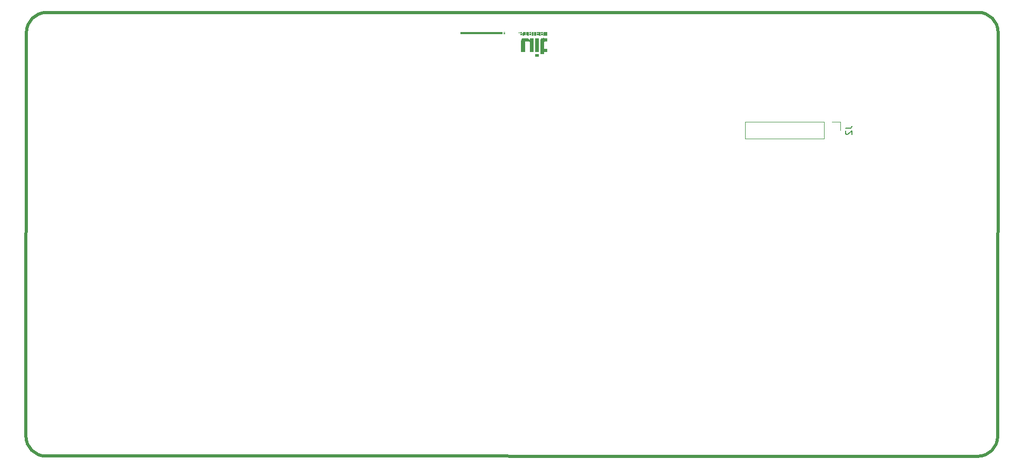
<source format=gbr>
%TF.GenerationSoftware,KiCad,Pcbnew,(7.0.0)*%
%TF.CreationDate,2023-11-24T18:14:14-05:00*%
%TF.ProjectId,C1,43312e6b-6963-4616-945f-706362585858,rev?*%
%TF.SameCoordinates,Original*%
%TF.FileFunction,Legend,Bot*%
%TF.FilePolarity,Positive*%
%FSLAX46Y46*%
G04 Gerber Fmt 4.6, Leading zero omitted, Abs format (unit mm)*
G04 Created by KiCad (PCBNEW (7.0.0)) date 2023-11-24 18:14:14*
%MOMM*%
%LPD*%
G01*
G04 APERTURE LIST*
%ADD10C,0.150000*%
%ADD11C,0.120000*%
%TA.AperFunction,Profile*%
%ADD12C,0.500000*%
%TD*%
G04 APERTURE END LIST*
D10*
%TO.C,J2*%
X198927380Y-78431666D02*
X199641666Y-78431666D01*
X199641666Y-78431666D02*
X199784523Y-78384047D01*
X199784523Y-78384047D02*
X199879761Y-78288809D01*
X199879761Y-78288809D02*
X199927380Y-78145952D01*
X199927380Y-78145952D02*
X199927380Y-78050714D01*
X199022619Y-78860238D02*
X198975000Y-78907857D01*
X198975000Y-78907857D02*
X198927380Y-79003095D01*
X198927380Y-79003095D02*
X198927380Y-79241190D01*
X198927380Y-79241190D02*
X198975000Y-79336428D01*
X198975000Y-79336428D02*
X199022619Y-79384047D01*
X199022619Y-79384047D02*
X199117857Y-79431666D01*
X199117857Y-79431666D02*
X199213095Y-79431666D01*
X199213095Y-79431666D02*
X199355952Y-79384047D01*
X199355952Y-79384047D02*
X199927380Y-78812619D01*
X199927380Y-78812619D02*
X199927380Y-79431666D01*
%TO.C,J3*%
G36*
X143782700Y-62918100D02*
G01*
X136943000Y-62918100D01*
X136943000Y-62901300D01*
X143782700Y-62901300D01*
X143782700Y-62918100D01*
G37*
G36*
X143782700Y-62934800D02*
G01*
X136943000Y-62934800D01*
X136943000Y-62918100D01*
X143782700Y-62918100D01*
X143782700Y-62934800D01*
G37*
G36*
X143782700Y-62951600D02*
G01*
X136943000Y-62951600D01*
X136943000Y-62934800D01*
X143782700Y-62934800D01*
X143782700Y-62951600D01*
G37*
G36*
X143782700Y-62968400D02*
G01*
X136943000Y-62968400D01*
X136943000Y-62951600D01*
X143782700Y-62951600D01*
X143782700Y-62968400D01*
G37*
G36*
X143782700Y-63001900D02*
G01*
X136943000Y-63001900D01*
X136943000Y-62985100D01*
X143782700Y-62985100D01*
X143782700Y-63001900D01*
G37*
G36*
X143782700Y-63018700D02*
G01*
X136943000Y-63018700D01*
X136943000Y-63001900D01*
X143782700Y-63001900D01*
X143782700Y-63018700D01*
G37*
G36*
X143782700Y-63035400D02*
G01*
X136943000Y-63035400D01*
X136943000Y-63018700D01*
X143782700Y-63018700D01*
X143782700Y-63035400D01*
G37*
G36*
X143782700Y-63052200D02*
G01*
X136943000Y-63052200D01*
X136943000Y-63035400D01*
X143782700Y-63035400D01*
X143782700Y-63052200D01*
G37*
G36*
X143782700Y-63069000D02*
G01*
X136943000Y-63069000D01*
X136943000Y-63052200D01*
X143782700Y-63052200D01*
X143782700Y-63069000D01*
G37*
G36*
X143782700Y-63085700D02*
G01*
X136943000Y-63085700D01*
X136943000Y-63069000D01*
X143782700Y-63069000D01*
X143782700Y-63085700D01*
G37*
G36*
X143782700Y-63102500D02*
G01*
X136943000Y-63102500D01*
X136943000Y-63085700D01*
X143782700Y-63085700D01*
X143782700Y-63102500D01*
G37*
G36*
X143782700Y-63119300D02*
G01*
X136943000Y-63119300D01*
X136943000Y-63102500D01*
X143782700Y-63102500D01*
X143782700Y-63119300D01*
G37*
G36*
X143782700Y-63136000D02*
G01*
X136943000Y-63136000D01*
X136943000Y-63119300D01*
X143782700Y-63119300D01*
X143782700Y-63136000D01*
G37*
G36*
X143782700Y-63152800D02*
G01*
X136943000Y-63152800D01*
X136943000Y-63136000D01*
X143782700Y-63136000D01*
X143782700Y-63152800D01*
G37*
G36*
X143782700Y-63186300D02*
G01*
X136943000Y-63186300D01*
X136943000Y-63169500D01*
X143782700Y-63169500D01*
X143782700Y-63186300D01*
G37*
G36*
X143782700Y-63203100D02*
G01*
X136943000Y-63203100D01*
X136943000Y-63186300D01*
X143782700Y-63186300D01*
X143782700Y-63203100D01*
G37*
G36*
X143782700Y-63219800D02*
G01*
X136943000Y-63219800D01*
X136943000Y-63203100D01*
X143782700Y-63203100D01*
X143782700Y-63219800D01*
G37*
G36*
X143782700Y-63236600D02*
G01*
X136943000Y-63236600D01*
X136943000Y-63219800D01*
X143782700Y-63219800D01*
X143782700Y-63236600D01*
G37*
G36*
X143782700Y-63253400D02*
G01*
X136943000Y-63253400D01*
X136943000Y-63236600D01*
X143782700Y-63236600D01*
X143782700Y-63253400D01*
G37*
G36*
X143782700Y-63270100D02*
G01*
X136943000Y-63270100D01*
X136943000Y-63253400D01*
X143782700Y-63253400D01*
X143782700Y-63270100D01*
G37*
G36*
X143782700Y-63286900D02*
G01*
X136943000Y-63286900D01*
X136943000Y-63270100D01*
X143782700Y-63270100D01*
X143782700Y-63286900D01*
G37*
G36*
X144151600Y-62918100D02*
G01*
X143883300Y-62918100D01*
X143883300Y-62901300D01*
X144151600Y-62901300D01*
X144151600Y-62918100D01*
G37*
G36*
X144151600Y-62934800D02*
G01*
X143883300Y-62934800D01*
X143883300Y-62918100D01*
X144151600Y-62918100D01*
X144151600Y-62934800D01*
G37*
G36*
X144151600Y-62951600D02*
G01*
X143883300Y-62951600D01*
X143883300Y-62934800D01*
X144151600Y-62934800D01*
X144151600Y-62951600D01*
G37*
G36*
X144151600Y-62968400D02*
G01*
X143883300Y-62968400D01*
X143883300Y-62951600D01*
X144151600Y-62951600D01*
X144151600Y-62968400D01*
G37*
G36*
X144151600Y-62985100D02*
G01*
X143883300Y-62985100D01*
X143883300Y-62968400D01*
X144151600Y-62968400D01*
X144151600Y-62985100D01*
G37*
G36*
X144151600Y-63001900D02*
G01*
X143883300Y-63001900D01*
X143883300Y-62985100D01*
X144151600Y-62985100D01*
X144151600Y-63001900D01*
G37*
G36*
X144151600Y-63018700D02*
G01*
X143883300Y-63018700D01*
X143883300Y-63001900D01*
X144151600Y-63001900D01*
X144151600Y-63018700D01*
G37*
G36*
X144151600Y-63035400D02*
G01*
X143883300Y-63035400D01*
X143883300Y-63018700D01*
X144151600Y-63018700D01*
X144151600Y-63035400D01*
G37*
G36*
X144151600Y-63069000D02*
G01*
X143883300Y-63069000D01*
X143883300Y-63052200D01*
X144151600Y-63052200D01*
X144151600Y-63069000D01*
G37*
G36*
X144151600Y-63085700D02*
G01*
X143883300Y-63085700D01*
X143883300Y-63069000D01*
X144151600Y-63069000D01*
X144151600Y-63085700D01*
G37*
G36*
X144151600Y-63102500D02*
G01*
X143883300Y-63102500D01*
X143883300Y-63085700D01*
X144151600Y-63085700D01*
X144151600Y-63102500D01*
G37*
G36*
X144151600Y-63119300D02*
G01*
X143883300Y-63119300D01*
X143883300Y-63102500D01*
X144151600Y-63102500D01*
X144151600Y-63119300D01*
G37*
G36*
X144151600Y-63152800D02*
G01*
X143883300Y-63152800D01*
X143883300Y-63136000D01*
X144151600Y-63136000D01*
X144151600Y-63152800D01*
G37*
G36*
X144151600Y-63169500D02*
G01*
X143883300Y-63169500D01*
X143883300Y-63152800D01*
X144151600Y-63152800D01*
X144151600Y-63169500D01*
G37*
G36*
X144151600Y-63186300D02*
G01*
X143883300Y-63186300D01*
X143883300Y-63169500D01*
X144151600Y-63169500D01*
X144151600Y-63186300D01*
G37*
G36*
X144151600Y-63203100D02*
G01*
X143883300Y-63203100D01*
X143883300Y-63186300D01*
X144151600Y-63186300D01*
X144151600Y-63203100D01*
G37*
G36*
X144151600Y-63219800D02*
G01*
X143883300Y-63219800D01*
X143883300Y-63203100D01*
X144151600Y-63203100D01*
X144151600Y-63219800D01*
G37*
G36*
X144151600Y-63236600D02*
G01*
X143883300Y-63236600D01*
X143883300Y-63219800D01*
X144151600Y-63219800D01*
X144151600Y-63236600D01*
G37*
G36*
X144151600Y-63253400D02*
G01*
X143883300Y-63253400D01*
X143883300Y-63236600D01*
X144151600Y-63236600D01*
X144151600Y-63253400D01*
G37*
G36*
X144151600Y-63270100D02*
G01*
X143883300Y-63270100D01*
X143883300Y-63253400D01*
X144151600Y-63253400D01*
X144151600Y-63270100D01*
G37*
G36*
X144151600Y-63286900D02*
G01*
X143883300Y-63286900D01*
X143883300Y-63270100D01*
X144151600Y-63270100D01*
X144151600Y-63286900D01*
G37*
G36*
X146917600Y-63035400D02*
G01*
X146247100Y-63035400D01*
X146247100Y-63018700D01*
X146917600Y-63018700D01*
X146917600Y-63035400D01*
G37*
G36*
X146917600Y-63052200D02*
G01*
X146247100Y-63052200D01*
X146247100Y-63035400D01*
X146917600Y-63035400D01*
X146917600Y-63052200D01*
G37*
G36*
X146917600Y-63069000D02*
G01*
X146247100Y-63069000D01*
X146247100Y-63052200D01*
X146917600Y-63052200D01*
X146917600Y-63069000D01*
G37*
G36*
X146917600Y-63085700D02*
G01*
X146247100Y-63085700D01*
X146247100Y-63069000D01*
X146917600Y-63069000D01*
X146917600Y-63085700D01*
G37*
G36*
X146884100Y-63102500D02*
G01*
X146247100Y-63102500D01*
X146247100Y-63085700D01*
X146884100Y-63085700D01*
X146884100Y-63102500D01*
G37*
G36*
X146917600Y-62951600D02*
G01*
X146599100Y-62951600D01*
X146599100Y-62934800D01*
X146917600Y-62934800D01*
X146917600Y-62951600D01*
G37*
G36*
X146917600Y-62968400D02*
G01*
X146599100Y-62968400D01*
X146599100Y-62951600D01*
X146917600Y-62951600D01*
X146917600Y-62968400D01*
G37*
G36*
X146917600Y-62985100D02*
G01*
X146599100Y-62985100D01*
X146599100Y-62968400D01*
X146917600Y-62968400D01*
X146917600Y-62985100D01*
G37*
G36*
X146917600Y-63001900D02*
G01*
X146599100Y-63001900D01*
X146599100Y-62985100D01*
X146917600Y-62985100D01*
X146917600Y-63001900D01*
G37*
G36*
X146917600Y-63018700D02*
G01*
X146599100Y-63018700D01*
X146599100Y-63001900D01*
X146917600Y-63001900D01*
X146917600Y-63018700D01*
G37*
G36*
X146917600Y-62918100D02*
G01*
X146615900Y-62918100D01*
X146615900Y-62901300D01*
X146917600Y-62901300D01*
X146917600Y-62918100D01*
G37*
G36*
X146917600Y-62934800D02*
G01*
X146615900Y-62934800D01*
X146615900Y-62918100D01*
X146917600Y-62918100D01*
X146917600Y-62934800D01*
G37*
G36*
X147437300Y-63236600D02*
G01*
X146615900Y-63236600D01*
X146615900Y-63219800D01*
X147437300Y-63219800D01*
X147437300Y-63236600D01*
G37*
G36*
X147437300Y-63253400D02*
G01*
X146615900Y-63253400D01*
X146615900Y-63236600D01*
X147437300Y-63236600D01*
X147437300Y-63253400D01*
G37*
G36*
X147437300Y-63270100D02*
G01*
X146615900Y-63270100D01*
X146615900Y-63253400D01*
X147437300Y-63253400D01*
X147437300Y-63270100D01*
G37*
G36*
X147437300Y-63286900D02*
G01*
X146615900Y-63286900D01*
X146615900Y-63270100D01*
X147437300Y-63270100D01*
X147437300Y-63286900D01*
G37*
G36*
X147437300Y-63303700D02*
G01*
X146615900Y-63303700D01*
X146615900Y-63286900D01*
X147437300Y-63286900D01*
X147437300Y-63303700D01*
G37*
G36*
X146917600Y-63320400D02*
G01*
X146615900Y-63320400D01*
X146615900Y-63303700D01*
X146917600Y-63303700D01*
X146917600Y-63320400D01*
G37*
G36*
X146900800Y-63337200D02*
G01*
X146615900Y-63337200D01*
X146615900Y-63320400D01*
X146900800Y-63320400D01*
X146900800Y-63337200D01*
G37*
G36*
X146900800Y-63353900D02*
G01*
X146615900Y-63353900D01*
X146615900Y-63337200D01*
X146900800Y-63337200D01*
X146900800Y-63353900D01*
G37*
G36*
X146900800Y-63370700D02*
G01*
X146615900Y-63370700D01*
X146615900Y-63353900D01*
X146900800Y-63353900D01*
X146900800Y-63370700D01*
G37*
G36*
X146900800Y-63387500D02*
G01*
X146615900Y-63387500D01*
X146615900Y-63370700D01*
X146900800Y-63370700D01*
X146900800Y-63387500D01*
G37*
G36*
X146900800Y-63404200D02*
G01*
X146615900Y-63404200D01*
X146615900Y-63387500D01*
X146900800Y-63387500D01*
X146900800Y-63404200D01*
G37*
G36*
X147437300Y-63219800D02*
G01*
X146699700Y-63219800D01*
X146699700Y-63203100D01*
X147437300Y-63203100D01*
X147437300Y-63219800D01*
G37*
G36*
X148761700Y-64410100D02*
G01*
X146733200Y-64410100D01*
X146733200Y-64393300D01*
X148761700Y-64393300D01*
X148761700Y-64410100D01*
G37*
G36*
X148761700Y-64426800D02*
G01*
X146733200Y-64426800D01*
X146733200Y-64410100D01*
X148761700Y-64410100D01*
X148761700Y-64426800D01*
G37*
G36*
X147487600Y-64443600D02*
G01*
X146733200Y-64443600D01*
X146733200Y-64426800D01*
X147487600Y-64426800D01*
X147487600Y-64443600D01*
G37*
G36*
X147437300Y-64460400D02*
G01*
X146733200Y-64460400D01*
X146733200Y-64443600D01*
X147437300Y-64443600D01*
X147437300Y-64460400D01*
G37*
G36*
X147420500Y-64477100D02*
G01*
X146733200Y-64477100D01*
X146733200Y-64460400D01*
X147420500Y-64460400D01*
X147420500Y-64477100D01*
G37*
G36*
X147403800Y-64493900D02*
G01*
X146733200Y-64493900D01*
X146733200Y-64477100D01*
X147403800Y-64477100D01*
X147403800Y-64493900D01*
G37*
G36*
X147403800Y-64510700D02*
G01*
X146733200Y-64510700D01*
X146733200Y-64493900D01*
X147403800Y-64493900D01*
X147403800Y-64510700D01*
G37*
G36*
X147387000Y-64527400D02*
G01*
X146733200Y-64527400D01*
X146733200Y-64510700D01*
X147387000Y-64510700D01*
X147387000Y-64527400D01*
G37*
G36*
X147387000Y-64544200D02*
G01*
X146733200Y-64544200D01*
X146733200Y-64527400D01*
X147387000Y-64527400D01*
X147387000Y-64544200D01*
G37*
G36*
X147387000Y-64561000D02*
G01*
X146733200Y-64561000D01*
X146733200Y-64544200D01*
X147387000Y-64544200D01*
X147387000Y-64561000D01*
G37*
G36*
X147387000Y-64577700D02*
G01*
X146733200Y-64577700D01*
X146733200Y-64561000D01*
X147387000Y-64561000D01*
X147387000Y-64577700D01*
G37*
G36*
X147387000Y-64594500D02*
G01*
X146733200Y-64594500D01*
X146733200Y-64577700D01*
X147387000Y-64577700D01*
X147387000Y-64594500D01*
G37*
G36*
X147370200Y-64611200D02*
G01*
X146733200Y-64611200D01*
X146733200Y-64594500D01*
X147370200Y-64594500D01*
X147370200Y-64611200D01*
G37*
G36*
X147370200Y-64628000D02*
G01*
X146733200Y-64628000D01*
X146733200Y-64611200D01*
X147370200Y-64611200D01*
X147370200Y-64628000D01*
G37*
G36*
X147370200Y-64644800D02*
G01*
X146733200Y-64644800D01*
X146733200Y-64628000D01*
X147370200Y-64628000D01*
X147370200Y-64644800D01*
G37*
G36*
X147370200Y-64661500D02*
G01*
X146733200Y-64661500D01*
X146733200Y-64644800D01*
X147370200Y-64644800D01*
X147370200Y-64661500D01*
G37*
G36*
X147370200Y-64678300D02*
G01*
X146733200Y-64678300D01*
X146733200Y-64661500D01*
X147370200Y-64661500D01*
X147370200Y-64678300D01*
G37*
G36*
X147370200Y-64695100D02*
G01*
X146733200Y-64695100D01*
X146733200Y-64678300D01*
X147370200Y-64678300D01*
X147370200Y-64695100D01*
G37*
G36*
X147370200Y-64711800D02*
G01*
X146733200Y-64711800D01*
X146733200Y-64695100D01*
X147370200Y-64695100D01*
X147370200Y-64711800D01*
G37*
G36*
X147370200Y-64728600D02*
G01*
X146733200Y-64728600D01*
X146733200Y-64711800D01*
X147370200Y-64711800D01*
X147370200Y-64728600D01*
G37*
G36*
X147370200Y-64745400D02*
G01*
X146733200Y-64745400D01*
X146733200Y-64728600D01*
X147370200Y-64728600D01*
X147370200Y-64745400D01*
G37*
G36*
X147370200Y-64762100D02*
G01*
X146733200Y-64762100D01*
X146733200Y-64745400D01*
X147370200Y-64745400D01*
X147370200Y-64762100D01*
G37*
G36*
X147370200Y-64778900D02*
G01*
X146733200Y-64778900D01*
X146733200Y-64762100D01*
X147370200Y-64762100D01*
X147370200Y-64778900D01*
G37*
G36*
X147370200Y-64795700D02*
G01*
X146733200Y-64795700D01*
X146733200Y-64778900D01*
X147370200Y-64778900D01*
X147370200Y-64795700D01*
G37*
G36*
X147370200Y-64812400D02*
G01*
X146733200Y-64812400D01*
X146733200Y-64795700D01*
X147370200Y-64795700D01*
X147370200Y-64812400D01*
G37*
G36*
X147370200Y-64829200D02*
G01*
X146733200Y-64829200D01*
X146733200Y-64812400D01*
X147370200Y-64812400D01*
X147370200Y-64829200D01*
G37*
G36*
X147370200Y-64845900D02*
G01*
X146733200Y-64845900D01*
X146733200Y-64829200D01*
X147370200Y-64829200D01*
X147370200Y-64845900D01*
G37*
G36*
X147370200Y-64862700D02*
G01*
X146733200Y-64862700D01*
X146733200Y-64845900D01*
X147370200Y-64845900D01*
X147370200Y-64862700D01*
G37*
G36*
X147370200Y-64879500D02*
G01*
X146733200Y-64879500D01*
X146733200Y-64862700D01*
X147370200Y-64862700D01*
X147370200Y-64879500D01*
G37*
G36*
X147370200Y-64896200D02*
G01*
X146733200Y-64896200D01*
X146733200Y-64879500D01*
X147370200Y-64879500D01*
X147370200Y-64896200D01*
G37*
G36*
X147370200Y-64913000D02*
G01*
X146733200Y-64913000D01*
X146733200Y-64896200D01*
X147370200Y-64896200D01*
X147370200Y-64913000D01*
G37*
G36*
X147370200Y-64929800D02*
G01*
X146733200Y-64929800D01*
X146733200Y-64913000D01*
X147370200Y-64913000D01*
X147370200Y-64929800D01*
G37*
G36*
X147370200Y-64946500D02*
G01*
X146733200Y-64946500D01*
X146733200Y-64929800D01*
X147370200Y-64929800D01*
X147370200Y-64946500D01*
G37*
G36*
X147370200Y-64963300D02*
G01*
X146733200Y-64963300D01*
X146733200Y-64946500D01*
X147370200Y-64946500D01*
X147370200Y-64963300D01*
G37*
G36*
X147370200Y-64980100D02*
G01*
X146733200Y-64980100D01*
X146733200Y-64963300D01*
X147370200Y-64963300D01*
X147370200Y-64980100D01*
G37*
G36*
X147370200Y-64996800D02*
G01*
X146733200Y-64996800D01*
X146733200Y-64980100D01*
X147370200Y-64980100D01*
X147370200Y-64996800D01*
G37*
G36*
X147370200Y-65013600D02*
G01*
X146733200Y-65013600D01*
X146733200Y-64996800D01*
X147370200Y-64996800D01*
X147370200Y-65013600D01*
G37*
G36*
X147370200Y-65030300D02*
G01*
X146733200Y-65030300D01*
X146733200Y-65013600D01*
X147370200Y-65013600D01*
X147370200Y-65030300D01*
G37*
G36*
X147370200Y-65047100D02*
G01*
X146733200Y-65047100D01*
X146733200Y-65030300D01*
X147370200Y-65030300D01*
X147370200Y-65047100D01*
G37*
G36*
X147370200Y-65063900D02*
G01*
X146733200Y-65063900D01*
X146733200Y-65047100D01*
X147370200Y-65047100D01*
X147370200Y-65063900D01*
G37*
G36*
X147370200Y-65080600D02*
G01*
X146733200Y-65080600D01*
X146733200Y-65063900D01*
X147370200Y-65063900D01*
X147370200Y-65080600D01*
G37*
G36*
X147370200Y-65097400D02*
G01*
X146733200Y-65097400D01*
X146733200Y-65080600D01*
X147370200Y-65080600D01*
X147370200Y-65097400D01*
G37*
G36*
X147370200Y-65114200D02*
G01*
X146733200Y-65114200D01*
X146733200Y-65097400D01*
X147370200Y-65097400D01*
X147370200Y-65114200D01*
G37*
G36*
X147370200Y-65130900D02*
G01*
X146733200Y-65130900D01*
X146733200Y-65114200D01*
X147370200Y-65114200D01*
X147370200Y-65130900D01*
G37*
G36*
X147370200Y-65147700D02*
G01*
X146733200Y-65147700D01*
X146733200Y-65130900D01*
X147370200Y-65130900D01*
X147370200Y-65147700D01*
G37*
G36*
X147370200Y-65164500D02*
G01*
X146733200Y-65164500D01*
X146733200Y-65147700D01*
X147370200Y-65147700D01*
X147370200Y-65164500D01*
G37*
G36*
X147370200Y-65181200D02*
G01*
X146733200Y-65181200D01*
X146733200Y-65164500D01*
X147370200Y-65164500D01*
X147370200Y-65181200D01*
G37*
G36*
X147370200Y-65198000D02*
G01*
X146733200Y-65198000D01*
X146733200Y-65181200D01*
X147370200Y-65181200D01*
X147370200Y-65198000D01*
G37*
G36*
X147370200Y-65214800D02*
G01*
X146733200Y-65214800D01*
X146733200Y-65198000D01*
X147370200Y-65198000D01*
X147370200Y-65214800D01*
G37*
G36*
X147370200Y-65231500D02*
G01*
X146733200Y-65231500D01*
X146733200Y-65214800D01*
X147370200Y-65214800D01*
X147370200Y-65231500D01*
G37*
G36*
X147370200Y-65248300D02*
G01*
X146733200Y-65248300D01*
X146733200Y-65231500D01*
X147370200Y-65231500D01*
X147370200Y-65248300D01*
G37*
G36*
X147370200Y-65265000D02*
G01*
X146733200Y-65265000D01*
X146733200Y-65248300D01*
X147370200Y-65248300D01*
X147370200Y-65265000D01*
G37*
G36*
X147370200Y-65281800D02*
G01*
X146733200Y-65281800D01*
X146733200Y-65265000D01*
X147370200Y-65265000D01*
X147370200Y-65281800D01*
G37*
G36*
X147370200Y-65298600D02*
G01*
X146733200Y-65298600D01*
X146733200Y-65281800D01*
X147370200Y-65281800D01*
X147370200Y-65298600D01*
G37*
G36*
X147370200Y-65315300D02*
G01*
X146733200Y-65315300D01*
X146733200Y-65298600D01*
X147370200Y-65298600D01*
X147370200Y-65315300D01*
G37*
G36*
X147370200Y-65332100D02*
G01*
X146733200Y-65332100D01*
X146733200Y-65315300D01*
X147370200Y-65315300D01*
X147370200Y-65332100D01*
G37*
G36*
X147370200Y-65348900D02*
G01*
X146733200Y-65348900D01*
X146733200Y-65332100D01*
X147370200Y-65332100D01*
X147370200Y-65348900D01*
G37*
G36*
X147370200Y-65365600D02*
G01*
X146733200Y-65365600D01*
X146733200Y-65348900D01*
X147370200Y-65348900D01*
X147370200Y-65365600D01*
G37*
G36*
X147370200Y-65382400D02*
G01*
X146733200Y-65382400D01*
X146733200Y-65365600D01*
X147370200Y-65365600D01*
X147370200Y-65382400D01*
G37*
G36*
X147370200Y-65399200D02*
G01*
X146733200Y-65399200D01*
X146733200Y-65382400D01*
X147370200Y-65382400D01*
X147370200Y-65399200D01*
G37*
G36*
X147370200Y-65415900D02*
G01*
X146733200Y-65415900D01*
X146733200Y-65399200D01*
X147370200Y-65399200D01*
X147370200Y-65415900D01*
G37*
G36*
X147370200Y-65432700D02*
G01*
X146733200Y-65432700D01*
X146733200Y-65415900D01*
X147370200Y-65415900D01*
X147370200Y-65432700D01*
G37*
G36*
X147370200Y-65449400D02*
G01*
X146733200Y-65449400D01*
X146733200Y-65432700D01*
X147370200Y-65432700D01*
X147370200Y-65449400D01*
G37*
G36*
X147370200Y-65466200D02*
G01*
X146733200Y-65466200D01*
X146733200Y-65449400D01*
X147370200Y-65449400D01*
X147370200Y-65466200D01*
G37*
G36*
X147370200Y-65483000D02*
G01*
X146733200Y-65483000D01*
X146733200Y-65466200D01*
X147370200Y-65466200D01*
X147370200Y-65483000D01*
G37*
G36*
X147370200Y-65499700D02*
G01*
X146733200Y-65499700D01*
X146733200Y-65483000D01*
X147370200Y-65483000D01*
X147370200Y-65499700D01*
G37*
G36*
X147370200Y-65516500D02*
G01*
X146733200Y-65516500D01*
X146733200Y-65499700D01*
X147370200Y-65499700D01*
X147370200Y-65516500D01*
G37*
G36*
X147370200Y-65533300D02*
G01*
X146733200Y-65533300D01*
X146733200Y-65516500D01*
X147370200Y-65516500D01*
X147370200Y-65533300D01*
G37*
G36*
X147370200Y-65550000D02*
G01*
X146733200Y-65550000D01*
X146733200Y-65533300D01*
X147370200Y-65533300D01*
X147370200Y-65550000D01*
G37*
G36*
X147370200Y-65566800D02*
G01*
X146733200Y-65566800D01*
X146733200Y-65550000D01*
X147370200Y-65550000D01*
X147370200Y-65566800D01*
G37*
G36*
X147370200Y-65583600D02*
G01*
X146733200Y-65583600D01*
X146733200Y-65566800D01*
X147370200Y-65566800D01*
X147370200Y-65583600D01*
G37*
G36*
X147370200Y-65600300D02*
G01*
X146733200Y-65600300D01*
X146733200Y-65583600D01*
X147370200Y-65583600D01*
X147370200Y-65600300D01*
G37*
G36*
X147370200Y-65617100D02*
G01*
X146733200Y-65617100D01*
X146733200Y-65600300D01*
X147370200Y-65600300D01*
X147370200Y-65617100D01*
G37*
G36*
X147370200Y-65633900D02*
G01*
X146733200Y-65633900D01*
X146733200Y-65617100D01*
X147370200Y-65617100D01*
X147370200Y-65633900D01*
G37*
G36*
X147370200Y-65650600D02*
G01*
X146733200Y-65650600D01*
X146733200Y-65633900D01*
X147370200Y-65633900D01*
X147370200Y-65650600D01*
G37*
G36*
X147370200Y-65667400D02*
G01*
X146733200Y-65667400D01*
X146733200Y-65650600D01*
X147370200Y-65650600D01*
X147370200Y-65667400D01*
G37*
G36*
X147370200Y-65684100D02*
G01*
X146733200Y-65684100D01*
X146733200Y-65667400D01*
X147370200Y-65667400D01*
X147370200Y-65684100D01*
G37*
G36*
X147370200Y-65700900D02*
G01*
X146733200Y-65700900D01*
X146733200Y-65684100D01*
X147370200Y-65684100D01*
X147370200Y-65700900D01*
G37*
G36*
X147370200Y-65717700D02*
G01*
X146733200Y-65717700D01*
X146733200Y-65700900D01*
X147370200Y-65700900D01*
X147370200Y-65717700D01*
G37*
G36*
X147370200Y-65734400D02*
G01*
X146733200Y-65734400D01*
X146733200Y-65717700D01*
X147370200Y-65717700D01*
X147370200Y-65734400D01*
G37*
G36*
X147370200Y-65751200D02*
G01*
X146733200Y-65751200D01*
X146733200Y-65734400D01*
X147370200Y-65734400D01*
X147370200Y-65751200D01*
G37*
G36*
X147370200Y-65768000D02*
G01*
X146733200Y-65768000D01*
X146733200Y-65751200D01*
X147370200Y-65751200D01*
X147370200Y-65768000D01*
G37*
G36*
X147370200Y-65784700D02*
G01*
X146733200Y-65784700D01*
X146733200Y-65768000D01*
X147370200Y-65768000D01*
X147370200Y-65784700D01*
G37*
G36*
X147370200Y-65801500D02*
G01*
X146733200Y-65801500D01*
X146733200Y-65784700D01*
X147370200Y-65784700D01*
X147370200Y-65801500D01*
G37*
G36*
X147370200Y-65818300D02*
G01*
X146733200Y-65818300D01*
X146733200Y-65801500D01*
X147370200Y-65801500D01*
X147370200Y-65818300D01*
G37*
G36*
X147370200Y-65835000D02*
G01*
X146733200Y-65835000D01*
X146733200Y-65818300D01*
X147370200Y-65818300D01*
X147370200Y-65835000D01*
G37*
G36*
X147370200Y-65851800D02*
G01*
X146733200Y-65851800D01*
X146733200Y-65835000D01*
X147370200Y-65835000D01*
X147370200Y-65851800D01*
G37*
G36*
X147370200Y-65868500D02*
G01*
X146733200Y-65868500D01*
X146733200Y-65851800D01*
X147370200Y-65851800D01*
X147370200Y-65868500D01*
G37*
G36*
X147370200Y-65885300D02*
G01*
X146733200Y-65885300D01*
X146733200Y-65868500D01*
X147370200Y-65868500D01*
X147370200Y-65885300D01*
G37*
G36*
X147370200Y-65902100D02*
G01*
X146733200Y-65902100D01*
X146733200Y-65885300D01*
X147370200Y-65885300D01*
X147370200Y-65902100D01*
G37*
G36*
X147370200Y-65918800D02*
G01*
X146733200Y-65918800D01*
X146733200Y-65902100D01*
X147370200Y-65902100D01*
X147370200Y-65918800D01*
G37*
G36*
X147370200Y-65935600D02*
G01*
X146733200Y-65935600D01*
X146733200Y-65918800D01*
X147370200Y-65918800D01*
X147370200Y-65935600D01*
G37*
G36*
X147370200Y-65952400D02*
G01*
X146733200Y-65952400D01*
X146733200Y-65935600D01*
X147370200Y-65935600D01*
X147370200Y-65952400D01*
G37*
G36*
X147370200Y-65969100D02*
G01*
X146733200Y-65969100D01*
X146733200Y-65952400D01*
X147370200Y-65952400D01*
X147370200Y-65969100D01*
G37*
G36*
X147370200Y-65985900D02*
G01*
X146733200Y-65985900D01*
X146733200Y-65969100D01*
X147370200Y-65969100D01*
X147370200Y-65985900D01*
G37*
G36*
X147370200Y-66002700D02*
G01*
X146733200Y-66002700D01*
X146733200Y-65985900D01*
X147370200Y-65985900D01*
X147370200Y-66002700D01*
G37*
G36*
X147370200Y-66019400D02*
G01*
X146733200Y-66019400D01*
X146733200Y-66002700D01*
X147370200Y-66002700D01*
X147370200Y-66019400D01*
G37*
G36*
X147370200Y-66036200D02*
G01*
X146733200Y-66036200D01*
X146733200Y-66019400D01*
X147370200Y-66019400D01*
X147370200Y-66036200D01*
G37*
G36*
X147370200Y-66053000D02*
G01*
X146733200Y-66053000D01*
X146733200Y-66036200D01*
X147370200Y-66036200D01*
X147370200Y-66053000D01*
G37*
G36*
X147370200Y-66069700D02*
G01*
X146733200Y-66069700D01*
X146733200Y-66053000D01*
X147370200Y-66053000D01*
X147370200Y-66069700D01*
G37*
G36*
X147370200Y-66086500D02*
G01*
X146733200Y-66086500D01*
X146733200Y-66069700D01*
X147370200Y-66069700D01*
X147370200Y-66086500D01*
G37*
G36*
X147370200Y-66103200D02*
G01*
X146733200Y-66103200D01*
X146733200Y-66086500D01*
X147370200Y-66086500D01*
X147370200Y-66103200D01*
G37*
G36*
X147370200Y-66120000D02*
G01*
X146733200Y-66120000D01*
X146733200Y-66103200D01*
X147370200Y-66103200D01*
X147370200Y-66120000D01*
G37*
G36*
X147370200Y-66136800D02*
G01*
X146733200Y-66136800D01*
X146733200Y-66120000D01*
X147370200Y-66120000D01*
X147370200Y-66136800D01*
G37*
G36*
X147370200Y-66153500D02*
G01*
X146733200Y-66153500D01*
X146733200Y-66136800D01*
X147370200Y-66136800D01*
X147370200Y-66153500D01*
G37*
G36*
X147370200Y-66170300D02*
G01*
X146733200Y-66170300D01*
X146733200Y-66153500D01*
X147370200Y-66153500D01*
X147370200Y-66170300D01*
G37*
G36*
X148761700Y-64259200D02*
G01*
X146750000Y-64259200D01*
X146750000Y-64242400D01*
X148761700Y-64242400D01*
X148761700Y-64259200D01*
G37*
G36*
X148761700Y-64276000D02*
G01*
X146750000Y-64276000D01*
X146750000Y-64259200D01*
X148761700Y-64259200D01*
X148761700Y-64276000D01*
G37*
G36*
X148761700Y-64292700D02*
G01*
X146750000Y-64292700D01*
X146750000Y-64276000D01*
X148761700Y-64276000D01*
X148761700Y-64292700D01*
G37*
G36*
X148761700Y-64309500D02*
G01*
X146750000Y-64309500D01*
X146750000Y-64292700D01*
X148761700Y-64292700D01*
X148761700Y-64309500D01*
G37*
G36*
X148761700Y-64326300D02*
G01*
X146750000Y-64326300D01*
X146750000Y-64309500D01*
X148761700Y-64309500D01*
X148761700Y-64326300D01*
G37*
G36*
X148761700Y-64343000D02*
G01*
X146750000Y-64343000D01*
X146750000Y-64326300D01*
X148761700Y-64326300D01*
X148761700Y-64343000D01*
G37*
G36*
X148761700Y-64359800D02*
G01*
X146750000Y-64359800D01*
X146750000Y-64343000D01*
X148761700Y-64343000D01*
X148761700Y-64359800D01*
G37*
G36*
X148761700Y-64376600D02*
G01*
X146750000Y-64376600D01*
X146750000Y-64359800D01*
X148761700Y-64359800D01*
X148761700Y-64376600D01*
G37*
G36*
X148761700Y-64393300D02*
G01*
X146750000Y-64393300D01*
X146750000Y-64376600D01*
X148761700Y-64376600D01*
X148761700Y-64393300D01*
G37*
G36*
X148107900Y-64192100D02*
G01*
X146766700Y-64192100D01*
X146766700Y-64175400D01*
X148107900Y-64175400D01*
X148107900Y-64192100D01*
G37*
G36*
X148761700Y-64208900D02*
G01*
X146766700Y-64208900D01*
X146766700Y-64192100D01*
X148761700Y-64192100D01*
X148761700Y-64208900D01*
G37*
G36*
X148761700Y-64225700D02*
G01*
X146766700Y-64225700D01*
X146766700Y-64208900D01*
X148761700Y-64208900D01*
X148761700Y-64225700D01*
G37*
G36*
X148761700Y-64242400D02*
G01*
X146766700Y-64242400D01*
X146766700Y-64225700D01*
X148761700Y-64225700D01*
X148761700Y-64242400D01*
G37*
G36*
X148057600Y-64158600D02*
G01*
X146783500Y-64158600D01*
X146783500Y-64141900D01*
X148057600Y-64141900D01*
X148057600Y-64158600D01*
G37*
G36*
X148091100Y-64175400D02*
G01*
X146783500Y-64175400D01*
X146783500Y-64158600D01*
X148091100Y-64158600D01*
X148091100Y-64175400D01*
G37*
G36*
X147437300Y-63203100D02*
G01*
X146800300Y-63203100D01*
X146800300Y-63186300D01*
X147437300Y-63186300D01*
X147437300Y-63203100D01*
G37*
G36*
X148024000Y-64125100D02*
G01*
X146800300Y-64125100D01*
X146800300Y-64108300D01*
X148024000Y-64108300D01*
X148024000Y-64125100D01*
G37*
G36*
X148057600Y-64141900D02*
G01*
X146800300Y-64141900D01*
X146800300Y-64125100D01*
X148057600Y-64125100D01*
X148057600Y-64141900D01*
G37*
G36*
X147990500Y-64091600D02*
G01*
X146817000Y-64091600D01*
X146817000Y-64074800D01*
X147990500Y-64074800D01*
X147990500Y-64091600D01*
G37*
G36*
X148007300Y-64108300D02*
G01*
X146817000Y-64108300D01*
X146817000Y-64091600D01*
X148007300Y-64091600D01*
X148007300Y-64108300D01*
G37*
G36*
X147957000Y-64074800D02*
G01*
X146833800Y-64074800D01*
X146833800Y-64058000D01*
X147957000Y-64058000D01*
X147957000Y-64074800D01*
G37*
G36*
X147940200Y-64058000D02*
G01*
X146850600Y-64058000D01*
X146850600Y-64041300D01*
X147940200Y-64041300D01*
X147940200Y-64058000D01*
G37*
G36*
X147923500Y-64041300D02*
G01*
X146867300Y-64041300D01*
X146867300Y-64024500D01*
X147923500Y-64024500D01*
X147923500Y-64041300D01*
G37*
G36*
X147906700Y-64024500D02*
G01*
X146884100Y-64024500D01*
X146884100Y-64007700D01*
X147906700Y-64007700D01*
X147906700Y-64024500D01*
G37*
G36*
X147873200Y-64007700D02*
G01*
X146900800Y-64007700D01*
X146900800Y-63991000D01*
X147873200Y-63991000D01*
X147873200Y-64007700D01*
G37*
G36*
X147202600Y-63504800D02*
G01*
X146917600Y-63504800D01*
X146917600Y-63488100D01*
X147202600Y-63488100D01*
X147202600Y-63504800D01*
G37*
G36*
X147856400Y-63991000D02*
G01*
X146917600Y-63991000D01*
X146917600Y-63974200D01*
X147856400Y-63974200D01*
X147856400Y-63991000D01*
G37*
G36*
X147437300Y-63186300D02*
G01*
X146951100Y-63186300D01*
X146951100Y-63169500D01*
X147437300Y-63169500D01*
X147437300Y-63186300D01*
G37*
G36*
X147202600Y-63488100D02*
G01*
X146951100Y-63488100D01*
X146951100Y-63471300D01*
X147202600Y-63471300D01*
X147202600Y-63488100D01*
G37*
G36*
X147822900Y-63974200D02*
G01*
X146951100Y-63974200D01*
X146951100Y-63957500D01*
X147822900Y-63957500D01*
X147822900Y-63974200D01*
G37*
G36*
X147202600Y-63471300D02*
G01*
X146967900Y-63471300D01*
X146967900Y-63454500D01*
X147202600Y-63454500D01*
X147202600Y-63471300D01*
G37*
G36*
X147437300Y-63169500D02*
G01*
X146984700Y-63169500D01*
X146984700Y-63152800D01*
X147437300Y-63152800D01*
X147437300Y-63169500D01*
G37*
G36*
X147202600Y-63454500D02*
G01*
X146984700Y-63454500D01*
X146984700Y-63437800D01*
X147202600Y-63437800D01*
X147202600Y-63454500D01*
G37*
G36*
X147437300Y-63136000D02*
G01*
X147001400Y-63136000D01*
X147001400Y-63119300D01*
X147437300Y-63119300D01*
X147437300Y-63136000D01*
G37*
G36*
X147437300Y-63152800D02*
G01*
X147001400Y-63152800D01*
X147001400Y-63136000D01*
X147437300Y-63136000D01*
X147437300Y-63152800D01*
G37*
G36*
X147437300Y-63320400D02*
G01*
X147001400Y-63320400D01*
X147001400Y-63303700D01*
X147437300Y-63303700D01*
X147437300Y-63320400D01*
G37*
G36*
X147437300Y-63337200D02*
G01*
X147001400Y-63337200D01*
X147001400Y-63320400D01*
X147437300Y-63320400D01*
X147437300Y-63337200D01*
G37*
G36*
X147437300Y-63353900D02*
G01*
X147001400Y-63353900D01*
X147001400Y-63337200D01*
X147437300Y-63337200D01*
X147437300Y-63353900D01*
G37*
G36*
X147437300Y-63370700D02*
G01*
X147001400Y-63370700D01*
X147001400Y-63353900D01*
X147437300Y-63353900D01*
X147437300Y-63370700D01*
G37*
G36*
X147437300Y-63387500D02*
G01*
X147001400Y-63387500D01*
X147001400Y-63370700D01*
X147437300Y-63370700D01*
X147437300Y-63387500D01*
G37*
G36*
X147437300Y-63404200D02*
G01*
X147001400Y-63404200D01*
X147001400Y-63387500D01*
X147437300Y-63387500D01*
X147437300Y-63404200D01*
G37*
G36*
X147202600Y-63421000D02*
G01*
X147001400Y-63421000D01*
X147001400Y-63404200D01*
X147202600Y-63404200D01*
X147202600Y-63421000D01*
G37*
G36*
X147202600Y-63437800D02*
G01*
X147001400Y-63437800D01*
X147001400Y-63421000D01*
X147202600Y-63421000D01*
X147202600Y-63437800D01*
G37*
G36*
X147772600Y-63957500D02*
G01*
X147001400Y-63957500D01*
X147001400Y-63940700D01*
X147772600Y-63940700D01*
X147772600Y-63957500D01*
G37*
G36*
X147437300Y-62918100D02*
G01*
X147018200Y-62918100D01*
X147018200Y-62901300D01*
X147437300Y-62901300D01*
X147437300Y-62918100D01*
G37*
G36*
X147437300Y-62934800D02*
G01*
X147018200Y-62934800D01*
X147018200Y-62918100D01*
X147437300Y-62918100D01*
X147437300Y-62934800D01*
G37*
G36*
X147437300Y-62951600D02*
G01*
X147018200Y-62951600D01*
X147018200Y-62934800D01*
X147437300Y-62934800D01*
X147437300Y-62951600D01*
G37*
G36*
X147437300Y-62968400D02*
G01*
X147018200Y-62968400D01*
X147018200Y-62951600D01*
X147437300Y-62951600D01*
X147437300Y-62968400D01*
G37*
G36*
X147437300Y-62985100D02*
G01*
X147018200Y-62985100D01*
X147018200Y-62968400D01*
X147437300Y-62968400D01*
X147437300Y-62985100D01*
G37*
G36*
X147437300Y-63001900D02*
G01*
X147018200Y-63001900D01*
X147018200Y-62985100D01*
X147437300Y-62985100D01*
X147437300Y-63001900D01*
G37*
G36*
X147437300Y-63018700D02*
G01*
X147018200Y-63018700D01*
X147018200Y-63001900D01*
X147437300Y-63001900D01*
X147437300Y-63018700D01*
G37*
G36*
X147437300Y-63035400D02*
G01*
X147018200Y-63035400D01*
X147018200Y-63018700D01*
X147437300Y-63018700D01*
X147437300Y-63035400D01*
G37*
G36*
X147437300Y-63052200D02*
G01*
X147018200Y-63052200D01*
X147018200Y-63035400D01*
X147437300Y-63035400D01*
X147437300Y-63052200D01*
G37*
G36*
X147437300Y-63069000D02*
G01*
X147018200Y-63069000D01*
X147018200Y-63052200D01*
X147437300Y-63052200D01*
X147437300Y-63069000D01*
G37*
G36*
X147437300Y-63085700D02*
G01*
X147018200Y-63085700D01*
X147018200Y-63069000D01*
X147437300Y-63069000D01*
X147437300Y-63085700D01*
G37*
G36*
X147437300Y-63102500D02*
G01*
X147018200Y-63102500D01*
X147018200Y-63085700D01*
X147437300Y-63085700D01*
X147437300Y-63102500D01*
G37*
G36*
X147437300Y-63119300D02*
G01*
X147018200Y-63119300D01*
X147018200Y-63102500D01*
X147437300Y-63102500D01*
X147437300Y-63119300D01*
G37*
G36*
X147755800Y-63940700D02*
G01*
X147035000Y-63940700D01*
X147035000Y-63923900D01*
X147755800Y-63923900D01*
X147755800Y-63940700D01*
G37*
G36*
X147655200Y-63923900D02*
G01*
X147135500Y-63923900D01*
X147135500Y-63907200D01*
X147655200Y-63907200D01*
X147655200Y-63923900D01*
G37*
G36*
X147957000Y-62918100D02*
G01*
X147537900Y-62918100D01*
X147537900Y-62901300D01*
X147957000Y-62901300D01*
X147957000Y-62918100D01*
G37*
G36*
X147957000Y-62934800D02*
G01*
X147537900Y-62934800D01*
X147537900Y-62918100D01*
X147957000Y-62918100D01*
X147957000Y-62934800D01*
G37*
G36*
X147957000Y-62951600D02*
G01*
X147537900Y-62951600D01*
X147537900Y-62934800D01*
X147957000Y-62934800D01*
X147957000Y-62951600D01*
G37*
G36*
X147957000Y-62968400D02*
G01*
X147537900Y-62968400D01*
X147537900Y-62951600D01*
X147957000Y-62951600D01*
X147957000Y-62968400D01*
G37*
G36*
X147957000Y-62985100D02*
G01*
X147537900Y-62985100D01*
X147537900Y-62968400D01*
X147957000Y-62968400D01*
X147957000Y-62985100D01*
G37*
G36*
X147957000Y-63001900D02*
G01*
X147537900Y-63001900D01*
X147537900Y-62985100D01*
X147957000Y-62985100D01*
X147957000Y-63001900D01*
G37*
G36*
X147957000Y-63018700D02*
G01*
X147537900Y-63018700D01*
X147537900Y-63001900D01*
X147957000Y-63001900D01*
X147957000Y-63018700D01*
G37*
G36*
X147957000Y-63035400D02*
G01*
X147537900Y-63035400D01*
X147537900Y-63018700D01*
X147957000Y-63018700D01*
X147957000Y-63035400D01*
G37*
G36*
X147957000Y-63052200D02*
G01*
X147537900Y-63052200D01*
X147537900Y-63035400D01*
X147957000Y-63035400D01*
X147957000Y-63052200D01*
G37*
G36*
X147957000Y-63069000D02*
G01*
X147537900Y-63069000D01*
X147537900Y-63052200D01*
X147957000Y-63052200D01*
X147957000Y-63069000D01*
G37*
G36*
X147957000Y-63085700D02*
G01*
X147537900Y-63085700D01*
X147537900Y-63069000D01*
X147957000Y-63069000D01*
X147957000Y-63085700D01*
G37*
G36*
X147957000Y-63102500D02*
G01*
X147537900Y-63102500D01*
X147537900Y-63085700D01*
X147957000Y-63085700D01*
X147957000Y-63102500D01*
G37*
G36*
X147957000Y-63119300D02*
G01*
X147537900Y-63119300D01*
X147537900Y-63102500D01*
X147957000Y-63102500D01*
X147957000Y-63119300D01*
G37*
G36*
X147957000Y-63136000D02*
G01*
X147537900Y-63136000D01*
X147537900Y-63119300D01*
X147957000Y-63119300D01*
X147957000Y-63136000D01*
G37*
G36*
X147957000Y-63152800D02*
G01*
X147537900Y-63152800D01*
X147537900Y-63136000D01*
X147957000Y-63136000D01*
X147957000Y-63152800D01*
G37*
G36*
X147957000Y-63169500D02*
G01*
X147537900Y-63169500D01*
X147537900Y-63152800D01*
X147957000Y-63152800D01*
X147957000Y-63169500D01*
G37*
G36*
X147957000Y-63186300D02*
G01*
X147537900Y-63186300D01*
X147537900Y-63169500D01*
X147957000Y-63169500D01*
X147957000Y-63186300D01*
G37*
G36*
X147957000Y-63203100D02*
G01*
X147537900Y-63203100D01*
X147537900Y-63186300D01*
X147957000Y-63186300D01*
X147957000Y-63203100D01*
G37*
G36*
X147957000Y-63219800D02*
G01*
X147537900Y-63219800D01*
X147537900Y-63203100D01*
X147957000Y-63203100D01*
X147957000Y-63219800D01*
G37*
G36*
X147957000Y-63236600D02*
G01*
X147537900Y-63236600D01*
X147537900Y-63219800D01*
X147957000Y-63219800D01*
X147957000Y-63236600D01*
G37*
G36*
X147957000Y-63253400D02*
G01*
X147537900Y-63253400D01*
X147537900Y-63236600D01*
X147957000Y-63236600D01*
X147957000Y-63253400D01*
G37*
G36*
X147957000Y-63270100D02*
G01*
X147537900Y-63270100D01*
X147537900Y-63253400D01*
X147957000Y-63253400D01*
X147957000Y-63270100D01*
G37*
G36*
X147957000Y-63286900D02*
G01*
X147537900Y-63286900D01*
X147537900Y-63270100D01*
X147957000Y-63270100D01*
X147957000Y-63286900D01*
G37*
G36*
X147957000Y-63303700D02*
G01*
X147537900Y-63303700D01*
X147537900Y-63286900D01*
X147957000Y-63286900D01*
X147957000Y-63303700D01*
G37*
G36*
X147957000Y-63320400D02*
G01*
X147537900Y-63320400D01*
X147537900Y-63303700D01*
X147957000Y-63303700D01*
X147957000Y-63320400D01*
G37*
G36*
X147957000Y-63337200D02*
G01*
X147537900Y-63337200D01*
X147537900Y-63320400D01*
X147957000Y-63320400D01*
X147957000Y-63337200D01*
G37*
G36*
X147957000Y-63353900D02*
G01*
X147537900Y-63353900D01*
X147537900Y-63337200D01*
X147957000Y-63337200D01*
X147957000Y-63353900D01*
G37*
G36*
X147957000Y-63370700D02*
G01*
X147537900Y-63370700D01*
X147537900Y-63353900D01*
X147957000Y-63353900D01*
X147957000Y-63370700D01*
G37*
G36*
X147957000Y-63387500D02*
G01*
X147537900Y-63387500D01*
X147537900Y-63370700D01*
X147957000Y-63370700D01*
X147957000Y-63387500D01*
G37*
G36*
X147957000Y-63404200D02*
G01*
X147537900Y-63404200D01*
X147537900Y-63387500D01*
X147957000Y-63387500D01*
X147957000Y-63404200D01*
G37*
G36*
X147957000Y-63421000D02*
G01*
X147755800Y-63421000D01*
X147755800Y-63404200D01*
X147957000Y-63404200D01*
X147957000Y-63421000D01*
G37*
G36*
X147957000Y-63437800D02*
G01*
X147755800Y-63437800D01*
X147755800Y-63421000D01*
X147957000Y-63421000D01*
X147957000Y-63437800D01*
G37*
G36*
X147957000Y-63454500D02*
G01*
X147755800Y-63454500D01*
X147755800Y-63437800D01*
X147957000Y-63437800D01*
X147957000Y-63454500D01*
G37*
G36*
X147957000Y-63471300D02*
G01*
X147755800Y-63471300D01*
X147755800Y-63454500D01*
X147957000Y-63454500D01*
X147957000Y-63471300D01*
G37*
G36*
X147957000Y-63488100D02*
G01*
X147755800Y-63488100D01*
X147755800Y-63471300D01*
X147957000Y-63471300D01*
X147957000Y-63488100D01*
G37*
G36*
X147957000Y-63504800D02*
G01*
X147755800Y-63504800D01*
X147755800Y-63488100D01*
X147957000Y-63488100D01*
X147957000Y-63504800D01*
G37*
G36*
X148761700Y-64443600D02*
G01*
X147889900Y-64443600D01*
X147889900Y-64426800D01*
X148761700Y-64426800D01*
X148761700Y-64443600D01*
G37*
G36*
X148761700Y-64460400D02*
G01*
X147957000Y-64460400D01*
X147957000Y-64443600D01*
X148761700Y-64443600D01*
X148761700Y-64460400D01*
G37*
G36*
X148761700Y-64477100D02*
G01*
X148024000Y-64477100D01*
X148024000Y-64460400D01*
X148761700Y-64460400D01*
X148761700Y-64477100D01*
G37*
G36*
X148376100Y-62918100D02*
G01*
X148057600Y-62918100D01*
X148057600Y-62901300D01*
X148376100Y-62901300D01*
X148376100Y-62918100D01*
G37*
G36*
X148376100Y-62934800D02*
G01*
X148057600Y-62934800D01*
X148057600Y-62918100D01*
X148376100Y-62918100D01*
X148376100Y-62934800D01*
G37*
G36*
X148376100Y-62951600D02*
G01*
X148057600Y-62951600D01*
X148057600Y-62934800D01*
X148376100Y-62934800D01*
X148376100Y-62951600D01*
G37*
G36*
X148376100Y-62968400D02*
G01*
X148057600Y-62968400D01*
X148057600Y-62951600D01*
X148376100Y-62951600D01*
X148376100Y-62968400D01*
G37*
G36*
X148376100Y-62985100D02*
G01*
X148057600Y-62985100D01*
X148057600Y-62968400D01*
X148376100Y-62968400D01*
X148376100Y-62985100D01*
G37*
G36*
X148359300Y-63001900D02*
G01*
X148057600Y-63001900D01*
X148057600Y-62985100D01*
X148359300Y-62985100D01*
X148359300Y-63001900D01*
G37*
G36*
X148359300Y-63018700D02*
G01*
X148057600Y-63018700D01*
X148057600Y-63001900D01*
X148359300Y-63001900D01*
X148359300Y-63018700D01*
G37*
G36*
X148359300Y-63035400D02*
G01*
X148057600Y-63035400D01*
X148057600Y-63018700D01*
X148359300Y-63018700D01*
X148359300Y-63035400D01*
G37*
G36*
X148359300Y-63052200D02*
G01*
X148057600Y-63052200D01*
X148057600Y-63035400D01*
X148359300Y-63035400D01*
X148359300Y-63052200D01*
G37*
G36*
X148359300Y-63069000D02*
G01*
X148057600Y-63069000D01*
X148057600Y-63052200D01*
X148359300Y-63052200D01*
X148359300Y-63069000D01*
G37*
G36*
X148342600Y-63085700D02*
G01*
X148057600Y-63085700D01*
X148057600Y-63069000D01*
X148342600Y-63069000D01*
X148342600Y-63085700D01*
G37*
G36*
X148325800Y-63186300D02*
G01*
X148057600Y-63186300D01*
X148057600Y-63169500D01*
X148325800Y-63169500D01*
X148325800Y-63186300D01*
G37*
G36*
X148359300Y-63203100D02*
G01*
X148057600Y-63203100D01*
X148057600Y-63186300D01*
X148359300Y-63186300D01*
X148359300Y-63203100D01*
G37*
G36*
X148359300Y-63219800D02*
G01*
X148057600Y-63219800D01*
X148057600Y-63203100D01*
X148359300Y-63203100D01*
X148359300Y-63219800D01*
G37*
G36*
X148376100Y-63236600D02*
G01*
X148057600Y-63236600D01*
X148057600Y-63219800D01*
X148376100Y-63219800D01*
X148376100Y-63236600D01*
G37*
G36*
X148376100Y-63253400D02*
G01*
X148057600Y-63253400D01*
X148057600Y-63236600D01*
X148376100Y-63236600D01*
X148376100Y-63253400D01*
G37*
G36*
X148376100Y-63270100D02*
G01*
X148057600Y-63270100D01*
X148057600Y-63253400D01*
X148376100Y-63253400D01*
X148376100Y-63270100D01*
G37*
G36*
X148376100Y-63286900D02*
G01*
X148057600Y-63286900D01*
X148057600Y-63270100D01*
X148376100Y-63270100D01*
X148376100Y-63286900D01*
G37*
G36*
X148376100Y-63303700D02*
G01*
X148057600Y-63303700D01*
X148057600Y-63286900D01*
X148376100Y-63286900D01*
X148376100Y-63303700D01*
G37*
G36*
X148376100Y-63320400D02*
G01*
X148057600Y-63320400D01*
X148057600Y-63303700D01*
X148376100Y-63303700D01*
X148376100Y-63320400D01*
G37*
G36*
X148376100Y-63337200D02*
G01*
X148057600Y-63337200D01*
X148057600Y-63320400D01*
X148376100Y-63320400D01*
X148376100Y-63337200D01*
G37*
G36*
X148376100Y-63353900D02*
G01*
X148057600Y-63353900D01*
X148057600Y-63337200D01*
X148376100Y-63337200D01*
X148376100Y-63353900D01*
G37*
G36*
X148376100Y-63370700D02*
G01*
X148057600Y-63370700D01*
X148057600Y-63353900D01*
X148376100Y-63353900D01*
X148376100Y-63370700D01*
G37*
G36*
X148359300Y-63387500D02*
G01*
X148057600Y-63387500D01*
X148057600Y-63370700D01*
X148359300Y-63370700D01*
X148359300Y-63387500D01*
G37*
G36*
X148359300Y-63404200D02*
G01*
X148057600Y-63404200D01*
X148057600Y-63387500D01*
X148359300Y-63387500D01*
X148359300Y-63404200D01*
G37*
G36*
X148761700Y-64493900D02*
G01*
X148057600Y-64493900D01*
X148057600Y-64477100D01*
X148761700Y-64477100D01*
X148761700Y-64493900D01*
G37*
G36*
X148761700Y-64510700D02*
G01*
X148107900Y-64510700D01*
X148107900Y-64493900D01*
X148761700Y-64493900D01*
X148761700Y-64510700D01*
G37*
G36*
X148761700Y-63923900D02*
G01*
X148124600Y-63923900D01*
X148124600Y-63907200D01*
X148761700Y-63907200D01*
X148761700Y-63923900D01*
G37*
G36*
X148761700Y-63940700D02*
G01*
X148124600Y-63940700D01*
X148124600Y-63923900D01*
X148761700Y-63923900D01*
X148761700Y-63940700D01*
G37*
G36*
X148761700Y-63957500D02*
G01*
X148124600Y-63957500D01*
X148124600Y-63940700D01*
X148761700Y-63940700D01*
X148761700Y-63957500D01*
G37*
G36*
X148761700Y-63974200D02*
G01*
X148124600Y-63974200D01*
X148124600Y-63957500D01*
X148761700Y-63957500D01*
X148761700Y-63974200D01*
G37*
G36*
X148761700Y-63991000D02*
G01*
X148124600Y-63991000D01*
X148124600Y-63974200D01*
X148761700Y-63974200D01*
X148761700Y-63991000D01*
G37*
G36*
X148761700Y-64007700D02*
G01*
X148124600Y-64007700D01*
X148124600Y-63991000D01*
X148761700Y-63991000D01*
X148761700Y-64007700D01*
G37*
G36*
X148761700Y-64024500D02*
G01*
X148124600Y-64024500D01*
X148124600Y-64007700D01*
X148761700Y-64007700D01*
X148761700Y-64024500D01*
G37*
G36*
X148761700Y-64041300D02*
G01*
X148124600Y-64041300D01*
X148124600Y-64024500D01*
X148761700Y-64024500D01*
X148761700Y-64041300D01*
G37*
G36*
X148761700Y-64058000D02*
G01*
X148124600Y-64058000D01*
X148124600Y-64041300D01*
X148761700Y-64041300D01*
X148761700Y-64058000D01*
G37*
G36*
X148761700Y-64074800D02*
G01*
X148124600Y-64074800D01*
X148124600Y-64058000D01*
X148761700Y-64058000D01*
X148761700Y-64074800D01*
G37*
G36*
X148761700Y-64091600D02*
G01*
X148124600Y-64091600D01*
X148124600Y-64074800D01*
X148761700Y-64074800D01*
X148761700Y-64091600D01*
G37*
G36*
X148761700Y-64108300D02*
G01*
X148124600Y-64108300D01*
X148124600Y-64091600D01*
X148761700Y-64091600D01*
X148761700Y-64108300D01*
G37*
G36*
X148761700Y-64125100D02*
G01*
X148124600Y-64125100D01*
X148124600Y-64108300D01*
X148761700Y-64108300D01*
X148761700Y-64125100D01*
G37*
G36*
X148761700Y-64141900D02*
G01*
X148124600Y-64141900D01*
X148124600Y-64125100D01*
X148761700Y-64125100D01*
X148761700Y-64141900D01*
G37*
G36*
X148761700Y-64158600D02*
G01*
X148124600Y-64158600D01*
X148124600Y-64141900D01*
X148761700Y-64141900D01*
X148761700Y-64158600D01*
G37*
G36*
X148761700Y-64175400D02*
G01*
X148124600Y-64175400D01*
X148124600Y-64158600D01*
X148761700Y-64158600D01*
X148761700Y-64175400D01*
G37*
G36*
X148761700Y-64192100D02*
G01*
X148124600Y-64192100D01*
X148124600Y-64175400D01*
X148761700Y-64175400D01*
X148761700Y-64192100D01*
G37*
G36*
X148761700Y-64527400D02*
G01*
X148124600Y-64527400D01*
X148124600Y-64510700D01*
X148761700Y-64510700D01*
X148761700Y-64527400D01*
G37*
G36*
X148761700Y-64544200D02*
G01*
X148124600Y-64544200D01*
X148124600Y-64527400D01*
X148761700Y-64527400D01*
X148761700Y-64544200D01*
G37*
G36*
X148761700Y-64561000D02*
G01*
X148124600Y-64561000D01*
X148124600Y-64544200D01*
X148761700Y-64544200D01*
X148761700Y-64561000D01*
G37*
G36*
X148761700Y-64577700D02*
G01*
X148124600Y-64577700D01*
X148124600Y-64561000D01*
X148761700Y-64561000D01*
X148761700Y-64577700D01*
G37*
G36*
X148761700Y-64594500D02*
G01*
X148124600Y-64594500D01*
X148124600Y-64577700D01*
X148761700Y-64577700D01*
X148761700Y-64594500D01*
G37*
G36*
X148761700Y-64611200D02*
G01*
X148124600Y-64611200D01*
X148124600Y-64594500D01*
X148761700Y-64594500D01*
X148761700Y-64611200D01*
G37*
G36*
X148761700Y-64628000D02*
G01*
X148124600Y-64628000D01*
X148124600Y-64611200D01*
X148761700Y-64611200D01*
X148761700Y-64628000D01*
G37*
G36*
X148761700Y-64644800D02*
G01*
X148124600Y-64644800D01*
X148124600Y-64628000D01*
X148761700Y-64628000D01*
X148761700Y-64644800D01*
G37*
G36*
X148761700Y-64661500D02*
G01*
X148124600Y-64661500D01*
X148124600Y-64644800D01*
X148761700Y-64644800D01*
X148761700Y-64661500D01*
G37*
G36*
X148761700Y-64678300D02*
G01*
X148124600Y-64678300D01*
X148124600Y-64661500D01*
X148761700Y-64661500D01*
X148761700Y-64678300D01*
G37*
G36*
X148761700Y-64695100D02*
G01*
X148124600Y-64695100D01*
X148124600Y-64678300D01*
X148761700Y-64678300D01*
X148761700Y-64695100D01*
G37*
G36*
X148761700Y-64711800D02*
G01*
X148124600Y-64711800D01*
X148124600Y-64695100D01*
X148761700Y-64695100D01*
X148761700Y-64711800D01*
G37*
G36*
X148761700Y-64728600D02*
G01*
X148124600Y-64728600D01*
X148124600Y-64711800D01*
X148761700Y-64711800D01*
X148761700Y-64728600D01*
G37*
G36*
X148761700Y-64745400D02*
G01*
X148124600Y-64745400D01*
X148124600Y-64728600D01*
X148761700Y-64728600D01*
X148761700Y-64745400D01*
G37*
G36*
X148761700Y-64762100D02*
G01*
X148124600Y-64762100D01*
X148124600Y-64745400D01*
X148761700Y-64745400D01*
X148761700Y-64762100D01*
G37*
G36*
X148761700Y-64778900D02*
G01*
X148124600Y-64778900D01*
X148124600Y-64762100D01*
X148761700Y-64762100D01*
X148761700Y-64778900D01*
G37*
G36*
X148761700Y-64795700D02*
G01*
X148124600Y-64795700D01*
X148124600Y-64778900D01*
X148761700Y-64778900D01*
X148761700Y-64795700D01*
G37*
G36*
X148761700Y-64812400D02*
G01*
X148124600Y-64812400D01*
X148124600Y-64795700D01*
X148761700Y-64795700D01*
X148761700Y-64812400D01*
G37*
G36*
X148761700Y-64829200D02*
G01*
X148124600Y-64829200D01*
X148124600Y-64812400D01*
X148761700Y-64812400D01*
X148761700Y-64829200D01*
G37*
G36*
X148761700Y-64845900D02*
G01*
X148124600Y-64845900D01*
X148124600Y-64829200D01*
X148761700Y-64829200D01*
X148761700Y-64845900D01*
G37*
G36*
X148761700Y-64862700D02*
G01*
X148124600Y-64862700D01*
X148124600Y-64845900D01*
X148761700Y-64845900D01*
X148761700Y-64862700D01*
G37*
G36*
X148761700Y-64879500D02*
G01*
X148124600Y-64879500D01*
X148124600Y-64862700D01*
X148761700Y-64862700D01*
X148761700Y-64879500D01*
G37*
G36*
X148761700Y-64896200D02*
G01*
X148124600Y-64896200D01*
X148124600Y-64879500D01*
X148761700Y-64879500D01*
X148761700Y-64896200D01*
G37*
G36*
X148761700Y-64913000D02*
G01*
X148124600Y-64913000D01*
X148124600Y-64896200D01*
X148761700Y-64896200D01*
X148761700Y-64913000D01*
G37*
G36*
X148761700Y-64929800D02*
G01*
X148124600Y-64929800D01*
X148124600Y-64913000D01*
X148761700Y-64913000D01*
X148761700Y-64929800D01*
G37*
G36*
X148761700Y-64946500D02*
G01*
X148124600Y-64946500D01*
X148124600Y-64929800D01*
X148761700Y-64929800D01*
X148761700Y-64946500D01*
G37*
G36*
X148761700Y-64963300D02*
G01*
X148124600Y-64963300D01*
X148124600Y-64946500D01*
X148761700Y-64946500D01*
X148761700Y-64963300D01*
G37*
G36*
X148761700Y-64980100D02*
G01*
X148124600Y-64980100D01*
X148124600Y-64963300D01*
X148761700Y-64963300D01*
X148761700Y-64980100D01*
G37*
G36*
X148761700Y-64996800D02*
G01*
X148124600Y-64996800D01*
X148124600Y-64980100D01*
X148761700Y-64980100D01*
X148761700Y-64996800D01*
G37*
G36*
X148761700Y-65013600D02*
G01*
X148124600Y-65013600D01*
X148124600Y-64996800D01*
X148761700Y-64996800D01*
X148761700Y-65013600D01*
G37*
G36*
X148761700Y-65030300D02*
G01*
X148124600Y-65030300D01*
X148124600Y-65013600D01*
X148761700Y-65013600D01*
X148761700Y-65030300D01*
G37*
G36*
X148761700Y-65047100D02*
G01*
X148124600Y-65047100D01*
X148124600Y-65030300D01*
X148761700Y-65030300D01*
X148761700Y-65047100D01*
G37*
G36*
X148761700Y-65063900D02*
G01*
X148124600Y-65063900D01*
X148124600Y-65047100D01*
X148761700Y-65047100D01*
X148761700Y-65063900D01*
G37*
G36*
X148761700Y-65080600D02*
G01*
X148124600Y-65080600D01*
X148124600Y-65063900D01*
X148761700Y-65063900D01*
X148761700Y-65080600D01*
G37*
G36*
X148761700Y-65097400D02*
G01*
X148124600Y-65097400D01*
X148124600Y-65080600D01*
X148761700Y-65080600D01*
X148761700Y-65097400D01*
G37*
G36*
X148761700Y-65114200D02*
G01*
X148124600Y-65114200D01*
X148124600Y-65097400D01*
X148761700Y-65097400D01*
X148761700Y-65114200D01*
G37*
G36*
X148761700Y-65130900D02*
G01*
X148124600Y-65130900D01*
X148124600Y-65114200D01*
X148761700Y-65114200D01*
X148761700Y-65130900D01*
G37*
G36*
X148761700Y-65147700D02*
G01*
X148124600Y-65147700D01*
X148124600Y-65130900D01*
X148761700Y-65130900D01*
X148761700Y-65147700D01*
G37*
G36*
X148761700Y-65164500D02*
G01*
X148124600Y-65164500D01*
X148124600Y-65147700D01*
X148761700Y-65147700D01*
X148761700Y-65164500D01*
G37*
G36*
X148761700Y-65181200D02*
G01*
X148124600Y-65181200D01*
X148124600Y-65164500D01*
X148761700Y-65164500D01*
X148761700Y-65181200D01*
G37*
G36*
X148761700Y-65198000D02*
G01*
X148124600Y-65198000D01*
X148124600Y-65181200D01*
X148761700Y-65181200D01*
X148761700Y-65198000D01*
G37*
G36*
X148761700Y-65214800D02*
G01*
X148124600Y-65214800D01*
X148124600Y-65198000D01*
X148761700Y-65198000D01*
X148761700Y-65214800D01*
G37*
G36*
X148761700Y-65231500D02*
G01*
X148124600Y-65231500D01*
X148124600Y-65214800D01*
X148761700Y-65214800D01*
X148761700Y-65231500D01*
G37*
G36*
X148761700Y-65248300D02*
G01*
X148124600Y-65248300D01*
X148124600Y-65231500D01*
X148761700Y-65231500D01*
X148761700Y-65248300D01*
G37*
G36*
X148761700Y-65265000D02*
G01*
X148124600Y-65265000D01*
X148124600Y-65248300D01*
X148761700Y-65248300D01*
X148761700Y-65265000D01*
G37*
G36*
X148761700Y-65281800D02*
G01*
X148124600Y-65281800D01*
X148124600Y-65265000D01*
X148761700Y-65265000D01*
X148761700Y-65281800D01*
G37*
G36*
X148761700Y-65298600D02*
G01*
X148124600Y-65298600D01*
X148124600Y-65281800D01*
X148761700Y-65281800D01*
X148761700Y-65298600D01*
G37*
G36*
X148761700Y-65315300D02*
G01*
X148124600Y-65315300D01*
X148124600Y-65298600D01*
X148761700Y-65298600D01*
X148761700Y-65315300D01*
G37*
G36*
X148761700Y-65332100D02*
G01*
X148124600Y-65332100D01*
X148124600Y-65315300D01*
X148761700Y-65315300D01*
X148761700Y-65332100D01*
G37*
G36*
X148761700Y-65348900D02*
G01*
X148124600Y-65348900D01*
X148124600Y-65332100D01*
X148761700Y-65332100D01*
X148761700Y-65348900D01*
G37*
G36*
X148761700Y-65365600D02*
G01*
X148124600Y-65365600D01*
X148124600Y-65348900D01*
X148761700Y-65348900D01*
X148761700Y-65365600D01*
G37*
G36*
X148761700Y-65382400D02*
G01*
X148124600Y-65382400D01*
X148124600Y-65365600D01*
X148761700Y-65365600D01*
X148761700Y-65382400D01*
G37*
G36*
X148761700Y-65399200D02*
G01*
X148124600Y-65399200D01*
X148124600Y-65382400D01*
X148761700Y-65382400D01*
X148761700Y-65399200D01*
G37*
G36*
X148761700Y-65415900D02*
G01*
X148124600Y-65415900D01*
X148124600Y-65399200D01*
X148761700Y-65399200D01*
X148761700Y-65415900D01*
G37*
G36*
X148761700Y-65432700D02*
G01*
X148124600Y-65432700D01*
X148124600Y-65415900D01*
X148761700Y-65415900D01*
X148761700Y-65432700D01*
G37*
G36*
X148761700Y-65449400D02*
G01*
X148124600Y-65449400D01*
X148124600Y-65432700D01*
X148761700Y-65432700D01*
X148761700Y-65449400D01*
G37*
G36*
X148761700Y-65466200D02*
G01*
X148124600Y-65466200D01*
X148124600Y-65449400D01*
X148761700Y-65449400D01*
X148761700Y-65466200D01*
G37*
G36*
X148761700Y-65483000D02*
G01*
X148124600Y-65483000D01*
X148124600Y-65466200D01*
X148761700Y-65466200D01*
X148761700Y-65483000D01*
G37*
G36*
X148761700Y-65499700D02*
G01*
X148124600Y-65499700D01*
X148124600Y-65483000D01*
X148761700Y-65483000D01*
X148761700Y-65499700D01*
G37*
G36*
X148761700Y-65516500D02*
G01*
X148124600Y-65516500D01*
X148124600Y-65499700D01*
X148761700Y-65499700D01*
X148761700Y-65516500D01*
G37*
G36*
X148761700Y-65533300D02*
G01*
X148124600Y-65533300D01*
X148124600Y-65516500D01*
X148761700Y-65516500D01*
X148761700Y-65533300D01*
G37*
G36*
X148761700Y-65550000D02*
G01*
X148124600Y-65550000D01*
X148124600Y-65533300D01*
X148761700Y-65533300D01*
X148761700Y-65550000D01*
G37*
G36*
X148761700Y-65566800D02*
G01*
X148124600Y-65566800D01*
X148124600Y-65550000D01*
X148761700Y-65550000D01*
X148761700Y-65566800D01*
G37*
G36*
X148761700Y-65583600D02*
G01*
X148124600Y-65583600D01*
X148124600Y-65566800D01*
X148761700Y-65566800D01*
X148761700Y-65583600D01*
G37*
G36*
X148761700Y-65600300D02*
G01*
X148124600Y-65600300D01*
X148124600Y-65583600D01*
X148761700Y-65583600D01*
X148761700Y-65600300D01*
G37*
G36*
X148761700Y-65617100D02*
G01*
X148124600Y-65617100D01*
X148124600Y-65600300D01*
X148761700Y-65600300D01*
X148761700Y-65617100D01*
G37*
G36*
X148761700Y-65633900D02*
G01*
X148124600Y-65633900D01*
X148124600Y-65617100D01*
X148761700Y-65617100D01*
X148761700Y-65633900D01*
G37*
G36*
X148761700Y-65650600D02*
G01*
X148124600Y-65650600D01*
X148124600Y-65633900D01*
X148761700Y-65633900D01*
X148761700Y-65650600D01*
G37*
G36*
X148761700Y-65667400D02*
G01*
X148124600Y-65667400D01*
X148124600Y-65650600D01*
X148761700Y-65650600D01*
X148761700Y-65667400D01*
G37*
G36*
X148761700Y-65684100D02*
G01*
X148124600Y-65684100D01*
X148124600Y-65667400D01*
X148761700Y-65667400D01*
X148761700Y-65684100D01*
G37*
G36*
X148761700Y-65700900D02*
G01*
X148124600Y-65700900D01*
X148124600Y-65684100D01*
X148761700Y-65684100D01*
X148761700Y-65700900D01*
G37*
G36*
X148761700Y-65717700D02*
G01*
X148124600Y-65717700D01*
X148124600Y-65700900D01*
X148761700Y-65700900D01*
X148761700Y-65717700D01*
G37*
G36*
X148761700Y-65734400D02*
G01*
X148124600Y-65734400D01*
X148124600Y-65717700D01*
X148761700Y-65717700D01*
X148761700Y-65734400D01*
G37*
G36*
X148761700Y-65751200D02*
G01*
X148124600Y-65751200D01*
X148124600Y-65734400D01*
X148761700Y-65734400D01*
X148761700Y-65751200D01*
G37*
G36*
X148761700Y-65768000D02*
G01*
X148124600Y-65768000D01*
X148124600Y-65751200D01*
X148761700Y-65751200D01*
X148761700Y-65768000D01*
G37*
G36*
X148761700Y-65784700D02*
G01*
X148124600Y-65784700D01*
X148124600Y-65768000D01*
X148761700Y-65768000D01*
X148761700Y-65784700D01*
G37*
G36*
X148761700Y-65801500D02*
G01*
X148124600Y-65801500D01*
X148124600Y-65784700D01*
X148761700Y-65784700D01*
X148761700Y-65801500D01*
G37*
G36*
X148761700Y-65818300D02*
G01*
X148124600Y-65818300D01*
X148124600Y-65801500D01*
X148761700Y-65801500D01*
X148761700Y-65818300D01*
G37*
G36*
X148761700Y-65835000D02*
G01*
X148124600Y-65835000D01*
X148124600Y-65818300D01*
X148761700Y-65818300D01*
X148761700Y-65835000D01*
G37*
G36*
X148761700Y-65851800D02*
G01*
X148124600Y-65851800D01*
X148124600Y-65835000D01*
X148761700Y-65835000D01*
X148761700Y-65851800D01*
G37*
G36*
X148761700Y-65868500D02*
G01*
X148124600Y-65868500D01*
X148124600Y-65851800D01*
X148761700Y-65851800D01*
X148761700Y-65868500D01*
G37*
G36*
X148761700Y-65885300D02*
G01*
X148124600Y-65885300D01*
X148124600Y-65868500D01*
X148761700Y-65868500D01*
X148761700Y-65885300D01*
G37*
G36*
X148761700Y-65902100D02*
G01*
X148124600Y-65902100D01*
X148124600Y-65885300D01*
X148761700Y-65885300D01*
X148761700Y-65902100D01*
G37*
G36*
X148761700Y-65918800D02*
G01*
X148124600Y-65918800D01*
X148124600Y-65902100D01*
X148761700Y-65902100D01*
X148761700Y-65918800D01*
G37*
G36*
X148761700Y-65935600D02*
G01*
X148124600Y-65935600D01*
X148124600Y-65918800D01*
X148761700Y-65918800D01*
X148761700Y-65935600D01*
G37*
G36*
X148761700Y-65952400D02*
G01*
X148124600Y-65952400D01*
X148124600Y-65935600D01*
X148761700Y-65935600D01*
X148761700Y-65952400D01*
G37*
G36*
X148761700Y-65969100D02*
G01*
X148124600Y-65969100D01*
X148124600Y-65952400D01*
X148761700Y-65952400D01*
X148761700Y-65969100D01*
G37*
G36*
X148761700Y-65985900D02*
G01*
X148124600Y-65985900D01*
X148124600Y-65969100D01*
X148761700Y-65969100D01*
X148761700Y-65985900D01*
G37*
G36*
X148761700Y-66002700D02*
G01*
X148124600Y-66002700D01*
X148124600Y-65985900D01*
X148761700Y-65985900D01*
X148761700Y-66002700D01*
G37*
G36*
X148761700Y-66019400D02*
G01*
X148124600Y-66019400D01*
X148124600Y-66002700D01*
X148761700Y-66002700D01*
X148761700Y-66019400D01*
G37*
G36*
X148761700Y-66036200D02*
G01*
X148124600Y-66036200D01*
X148124600Y-66019400D01*
X148761700Y-66019400D01*
X148761700Y-66036200D01*
G37*
G36*
X148761700Y-66053000D02*
G01*
X148124600Y-66053000D01*
X148124600Y-66036200D01*
X148761700Y-66036200D01*
X148761700Y-66053000D01*
G37*
G36*
X148761700Y-66069700D02*
G01*
X148124600Y-66069700D01*
X148124600Y-66053000D01*
X148761700Y-66053000D01*
X148761700Y-66069700D01*
G37*
G36*
X148761700Y-66086500D02*
G01*
X148124600Y-66086500D01*
X148124600Y-66069700D01*
X148761700Y-66069700D01*
X148761700Y-66086500D01*
G37*
G36*
X148761700Y-66103200D02*
G01*
X148124600Y-66103200D01*
X148124600Y-66086500D01*
X148761700Y-66086500D01*
X148761700Y-66103200D01*
G37*
G36*
X148761700Y-66120000D02*
G01*
X148124600Y-66120000D01*
X148124600Y-66103200D01*
X148761700Y-66103200D01*
X148761700Y-66120000D01*
G37*
G36*
X148761700Y-66136800D02*
G01*
X148124600Y-66136800D01*
X148124600Y-66120000D01*
X148761700Y-66120000D01*
X148761700Y-66136800D01*
G37*
G36*
X148761700Y-66153500D02*
G01*
X148124600Y-66153500D01*
X148124600Y-66136800D01*
X148761700Y-66136800D01*
X148761700Y-66153500D01*
G37*
G36*
X148761700Y-66170300D02*
G01*
X148124600Y-66170300D01*
X148124600Y-66153500D01*
X148761700Y-66153500D01*
X148761700Y-66170300D01*
G37*
G36*
X148761700Y-63136000D02*
G01*
X148359300Y-63136000D01*
X148359300Y-63119300D01*
X148761700Y-63119300D01*
X148761700Y-63136000D01*
G37*
G36*
X148761700Y-63504800D02*
G01*
X148376100Y-63504800D01*
X148376100Y-63488100D01*
X148761700Y-63488100D01*
X148761700Y-63504800D01*
G37*
G36*
X148761700Y-63152800D02*
G01*
X148392800Y-63152800D01*
X148392800Y-63136000D01*
X148761700Y-63136000D01*
X148761700Y-63152800D01*
G37*
G36*
X148761700Y-63488100D02*
G01*
X148409600Y-63488100D01*
X148409600Y-63471300D01*
X148761700Y-63471300D01*
X148761700Y-63488100D01*
G37*
G36*
X148761700Y-63119300D02*
G01*
X148426400Y-63119300D01*
X148426400Y-63102500D01*
X148761700Y-63102500D01*
X148761700Y-63119300D01*
G37*
G36*
X148761700Y-63169500D02*
G01*
X148426400Y-63169500D01*
X148426400Y-63152800D01*
X148761700Y-63152800D01*
X148761700Y-63169500D01*
G37*
G36*
X148761700Y-63471300D02*
G01*
X148426400Y-63471300D01*
X148426400Y-63454500D01*
X148761700Y-63454500D01*
X148761700Y-63471300D01*
G37*
G36*
X148761700Y-63085700D02*
G01*
X148443100Y-63085700D01*
X148443100Y-63069000D01*
X148761700Y-63069000D01*
X148761700Y-63085700D01*
G37*
G36*
X148761700Y-63102500D02*
G01*
X148443100Y-63102500D01*
X148443100Y-63085700D01*
X148761700Y-63085700D01*
X148761700Y-63102500D01*
G37*
G36*
X148761700Y-63186300D02*
G01*
X148443100Y-63186300D01*
X148443100Y-63169500D01*
X148761700Y-63169500D01*
X148761700Y-63186300D01*
G37*
G36*
X148761700Y-63437800D02*
G01*
X148443100Y-63437800D01*
X148443100Y-63421000D01*
X148761700Y-63421000D01*
X148761700Y-63437800D01*
G37*
G36*
X148761700Y-63454500D02*
G01*
X148443100Y-63454500D01*
X148443100Y-63437800D01*
X148761700Y-63437800D01*
X148761700Y-63454500D01*
G37*
G36*
X148761700Y-63035400D02*
G01*
X148459900Y-63035400D01*
X148459900Y-63018700D01*
X148761700Y-63018700D01*
X148761700Y-63035400D01*
G37*
G36*
X148761700Y-63052200D02*
G01*
X148459900Y-63052200D01*
X148459900Y-63035400D01*
X148761700Y-63035400D01*
X148761700Y-63052200D01*
G37*
G36*
X148761700Y-63069000D02*
G01*
X148459900Y-63069000D01*
X148459900Y-63052200D01*
X148761700Y-63052200D01*
X148761700Y-63069000D01*
G37*
G36*
X148761700Y-63203100D02*
G01*
X148459900Y-63203100D01*
X148459900Y-63186300D01*
X148761700Y-63186300D01*
X148761700Y-63203100D01*
G37*
G36*
X148761700Y-63219800D02*
G01*
X148459900Y-63219800D01*
X148459900Y-63203100D01*
X148761700Y-63203100D01*
X148761700Y-63219800D01*
G37*
G36*
X148761700Y-63421000D02*
G01*
X148459900Y-63421000D01*
X148459900Y-63404200D01*
X148761700Y-63404200D01*
X148761700Y-63421000D01*
G37*
G36*
X148761700Y-62918100D02*
G01*
X148476700Y-62918100D01*
X148476700Y-62901300D01*
X148761700Y-62901300D01*
X148761700Y-62918100D01*
G37*
G36*
X148761700Y-62934800D02*
G01*
X148476700Y-62934800D01*
X148476700Y-62918100D01*
X148761700Y-62918100D01*
X148761700Y-62934800D01*
G37*
G36*
X148761700Y-62951600D02*
G01*
X148476700Y-62951600D01*
X148476700Y-62934800D01*
X148761700Y-62934800D01*
X148761700Y-62951600D01*
G37*
G36*
X148761700Y-62968400D02*
G01*
X148476700Y-62968400D01*
X148476700Y-62951600D01*
X148761700Y-62951600D01*
X148761700Y-62968400D01*
G37*
G36*
X148761700Y-62985100D02*
G01*
X148476700Y-62985100D01*
X148476700Y-62968400D01*
X148761700Y-62968400D01*
X148761700Y-62985100D01*
G37*
G36*
X148761700Y-63001900D02*
G01*
X148476700Y-63001900D01*
X148476700Y-62985100D01*
X148761700Y-62985100D01*
X148761700Y-63001900D01*
G37*
G36*
X148761700Y-63018700D02*
G01*
X148476700Y-63018700D01*
X148476700Y-63001900D01*
X148761700Y-63001900D01*
X148761700Y-63018700D01*
G37*
G36*
X148761700Y-63236600D02*
G01*
X148476700Y-63236600D01*
X148476700Y-63219800D01*
X148761700Y-63219800D01*
X148761700Y-63236600D01*
G37*
G36*
X148761700Y-63253400D02*
G01*
X148476700Y-63253400D01*
X148476700Y-63236600D01*
X148761700Y-63236600D01*
X148761700Y-63253400D01*
G37*
G36*
X148761700Y-63270100D02*
G01*
X148476700Y-63270100D01*
X148476700Y-63253400D01*
X148761700Y-63253400D01*
X148761700Y-63270100D01*
G37*
G36*
X148761700Y-63286900D02*
G01*
X148476700Y-63286900D01*
X148476700Y-63270100D01*
X148761700Y-63270100D01*
X148761700Y-63286900D01*
G37*
G36*
X148761700Y-63303700D02*
G01*
X148476700Y-63303700D01*
X148476700Y-63286900D01*
X148761700Y-63286900D01*
X148761700Y-63303700D01*
G37*
G36*
X148761700Y-63320400D02*
G01*
X148476700Y-63320400D01*
X148476700Y-63303700D01*
X148761700Y-63303700D01*
X148761700Y-63320400D01*
G37*
G36*
X148761700Y-63337200D02*
G01*
X148476700Y-63337200D01*
X148476700Y-63320400D01*
X148761700Y-63320400D01*
X148761700Y-63337200D01*
G37*
G36*
X148761700Y-63353900D02*
G01*
X148476700Y-63353900D01*
X148476700Y-63337200D01*
X148761700Y-63337200D01*
X148761700Y-63353900D01*
G37*
G36*
X148761700Y-63370700D02*
G01*
X148476700Y-63370700D01*
X148476700Y-63353900D01*
X148761700Y-63353900D01*
X148761700Y-63370700D01*
G37*
G36*
X148761700Y-63387500D02*
G01*
X148476700Y-63387500D01*
X148476700Y-63370700D01*
X148761700Y-63370700D01*
X148761700Y-63387500D01*
G37*
G36*
X148761700Y-63404200D02*
G01*
X148476700Y-63404200D01*
X148476700Y-63387500D01*
X148761700Y-63387500D01*
X148761700Y-63404200D01*
G37*
G36*
X149147200Y-62918100D02*
G01*
X148862200Y-62918100D01*
X148862200Y-62901300D01*
X149147200Y-62901300D01*
X149147200Y-62918100D01*
G37*
G36*
X149147200Y-62934800D02*
G01*
X148862200Y-62934800D01*
X148862200Y-62918100D01*
X149147200Y-62918100D01*
X149147200Y-62934800D01*
G37*
G36*
X149147200Y-62951600D02*
G01*
X148862200Y-62951600D01*
X148862200Y-62934800D01*
X149147200Y-62934800D01*
X149147200Y-62951600D01*
G37*
G36*
X149147200Y-62968400D02*
G01*
X148862200Y-62968400D01*
X148862200Y-62951600D01*
X149147200Y-62951600D01*
X149147200Y-62968400D01*
G37*
G36*
X149147200Y-62985100D02*
G01*
X148862200Y-62985100D01*
X148862200Y-62968400D01*
X149147200Y-62968400D01*
X149147200Y-62985100D01*
G37*
G36*
X149147200Y-63001900D02*
G01*
X148862200Y-63001900D01*
X148862200Y-62985100D01*
X149147200Y-62985100D01*
X149147200Y-63001900D01*
G37*
G36*
X149147200Y-63018700D02*
G01*
X148862200Y-63018700D01*
X148862200Y-63001900D01*
X149147200Y-63001900D01*
X149147200Y-63018700D01*
G37*
G36*
X149147200Y-63035400D02*
G01*
X148862200Y-63035400D01*
X148862200Y-63018700D01*
X149147200Y-63018700D01*
X149147200Y-63035400D01*
G37*
G36*
X149147200Y-63052200D02*
G01*
X148862200Y-63052200D01*
X148862200Y-63035400D01*
X149147200Y-63035400D01*
X149147200Y-63052200D01*
G37*
G36*
X149147200Y-63069000D02*
G01*
X148862200Y-63069000D01*
X148862200Y-63052200D01*
X149147200Y-63052200D01*
X149147200Y-63069000D01*
G37*
G36*
X149147200Y-63085700D02*
G01*
X148862200Y-63085700D01*
X148862200Y-63069000D01*
X149147200Y-63069000D01*
X149147200Y-63085700D01*
G37*
G36*
X149147200Y-63102500D02*
G01*
X148862200Y-63102500D01*
X148862200Y-63085700D01*
X149147200Y-63085700D01*
X149147200Y-63102500D01*
G37*
G36*
X149147200Y-63119300D02*
G01*
X148862200Y-63119300D01*
X148862200Y-63102500D01*
X149147200Y-63102500D01*
X149147200Y-63119300D01*
G37*
G36*
X149147200Y-63136000D02*
G01*
X148862200Y-63136000D01*
X148862200Y-63119300D01*
X149147200Y-63119300D01*
X149147200Y-63136000D01*
G37*
G36*
X149147200Y-63152800D02*
G01*
X148862200Y-63152800D01*
X148862200Y-63136000D01*
X149147200Y-63136000D01*
X149147200Y-63152800D01*
G37*
G36*
X149147200Y-63169500D02*
G01*
X148862200Y-63169500D01*
X148862200Y-63152800D01*
X149147200Y-63152800D01*
X149147200Y-63169500D01*
G37*
G36*
X149147200Y-63186300D02*
G01*
X148862200Y-63186300D01*
X148862200Y-63169500D01*
X149147200Y-63169500D01*
X149147200Y-63186300D01*
G37*
G36*
X149147200Y-63203100D02*
G01*
X148862200Y-63203100D01*
X148862200Y-63186300D01*
X149147200Y-63186300D01*
X149147200Y-63203100D01*
G37*
G36*
X149147200Y-63219800D02*
G01*
X148862200Y-63219800D01*
X148862200Y-63203100D01*
X149147200Y-63203100D01*
X149147200Y-63219800D01*
G37*
G36*
X149147200Y-63236600D02*
G01*
X148862200Y-63236600D01*
X148862200Y-63219800D01*
X149147200Y-63219800D01*
X149147200Y-63236600D01*
G37*
G36*
X149147200Y-63253400D02*
G01*
X148862200Y-63253400D01*
X148862200Y-63236600D01*
X149147200Y-63236600D01*
X149147200Y-63253400D01*
G37*
G36*
X149147200Y-63270100D02*
G01*
X148862200Y-63270100D01*
X148862200Y-63253400D01*
X149147200Y-63253400D01*
X149147200Y-63270100D01*
G37*
G36*
X149147200Y-63286900D02*
G01*
X148862200Y-63286900D01*
X148862200Y-63270100D01*
X149147200Y-63270100D01*
X149147200Y-63286900D01*
G37*
G36*
X149147200Y-63303700D02*
G01*
X148862200Y-63303700D01*
X148862200Y-63286900D01*
X149147200Y-63286900D01*
X149147200Y-63303700D01*
G37*
G36*
X149147200Y-63320400D02*
G01*
X148862200Y-63320400D01*
X148862200Y-63303700D01*
X149147200Y-63303700D01*
X149147200Y-63320400D01*
G37*
G36*
X149147200Y-63337200D02*
G01*
X148862200Y-63337200D01*
X148862200Y-63320400D01*
X149147200Y-63320400D01*
X149147200Y-63337200D01*
G37*
G36*
X149147200Y-63353900D02*
G01*
X148862200Y-63353900D01*
X148862200Y-63337200D01*
X149147200Y-63337200D01*
X149147200Y-63353900D01*
G37*
G36*
X149147200Y-63370700D02*
G01*
X148862200Y-63370700D01*
X148862200Y-63353900D01*
X149147200Y-63353900D01*
X149147200Y-63370700D01*
G37*
G36*
X149147200Y-63387500D02*
G01*
X148862200Y-63387500D01*
X148862200Y-63370700D01*
X149147200Y-63370700D01*
X149147200Y-63387500D01*
G37*
G36*
X149147200Y-63404200D02*
G01*
X148862200Y-63404200D01*
X148862200Y-63387500D01*
X149147200Y-63387500D01*
X149147200Y-63404200D01*
G37*
G36*
X149147200Y-63421000D02*
G01*
X148862200Y-63421000D01*
X148862200Y-63404200D01*
X149147200Y-63404200D01*
X149147200Y-63421000D01*
G37*
G36*
X149147200Y-63437800D02*
G01*
X148862200Y-63437800D01*
X148862200Y-63421000D01*
X149147200Y-63421000D01*
X149147200Y-63437800D01*
G37*
G36*
X149147200Y-63454500D02*
G01*
X148862200Y-63454500D01*
X148862200Y-63437800D01*
X149147200Y-63437800D01*
X149147200Y-63454500D01*
G37*
G36*
X149147200Y-63471300D02*
G01*
X148862200Y-63471300D01*
X148862200Y-63454500D01*
X149147200Y-63454500D01*
X149147200Y-63471300D01*
G37*
G36*
X149147200Y-63488100D02*
G01*
X148862200Y-63488100D01*
X148862200Y-63471300D01*
X149147200Y-63471300D01*
X149147200Y-63488100D01*
G37*
G36*
X149147200Y-63504800D02*
G01*
X148862200Y-63504800D01*
X148862200Y-63488100D01*
X149147200Y-63488100D01*
X149147200Y-63504800D01*
G37*
G36*
X149616600Y-63923900D02*
G01*
X148979600Y-63923900D01*
X148979600Y-63907200D01*
X149616600Y-63907200D01*
X149616600Y-63923900D01*
G37*
G36*
X149616600Y-63940700D02*
G01*
X148979600Y-63940700D01*
X148979600Y-63923900D01*
X149616600Y-63923900D01*
X149616600Y-63940700D01*
G37*
G36*
X149616600Y-63957500D02*
G01*
X148979600Y-63957500D01*
X148979600Y-63940700D01*
X149616600Y-63940700D01*
X149616600Y-63957500D01*
G37*
G36*
X149616600Y-63974200D02*
G01*
X148979600Y-63974200D01*
X148979600Y-63957500D01*
X149616600Y-63957500D01*
X149616600Y-63974200D01*
G37*
G36*
X149616600Y-63991000D02*
G01*
X148979600Y-63991000D01*
X148979600Y-63974200D01*
X149616600Y-63974200D01*
X149616600Y-63991000D01*
G37*
G36*
X149616600Y-64007700D02*
G01*
X148979600Y-64007700D01*
X148979600Y-63991000D01*
X149616600Y-63991000D01*
X149616600Y-64007700D01*
G37*
G36*
X149616600Y-64024500D02*
G01*
X148979600Y-64024500D01*
X148979600Y-64007700D01*
X149616600Y-64007700D01*
X149616600Y-64024500D01*
G37*
G36*
X149616600Y-64041300D02*
G01*
X148979600Y-64041300D01*
X148979600Y-64024500D01*
X149616600Y-64024500D01*
X149616600Y-64041300D01*
G37*
G36*
X149616600Y-64058000D02*
G01*
X148979600Y-64058000D01*
X148979600Y-64041300D01*
X149616600Y-64041300D01*
X149616600Y-64058000D01*
G37*
G36*
X149616600Y-64074800D02*
G01*
X148979600Y-64074800D01*
X148979600Y-64058000D01*
X149616600Y-64058000D01*
X149616600Y-64074800D01*
G37*
G36*
X149616600Y-64091600D02*
G01*
X148979600Y-64091600D01*
X148979600Y-64074800D01*
X149616600Y-64074800D01*
X149616600Y-64091600D01*
G37*
G36*
X149616600Y-64108300D02*
G01*
X148979600Y-64108300D01*
X148979600Y-64091600D01*
X149616600Y-64091600D01*
X149616600Y-64108300D01*
G37*
G36*
X149616600Y-64125100D02*
G01*
X148979600Y-64125100D01*
X148979600Y-64108300D01*
X149616600Y-64108300D01*
X149616600Y-64125100D01*
G37*
G36*
X149616600Y-64141900D02*
G01*
X148979600Y-64141900D01*
X148979600Y-64125100D01*
X149616600Y-64125100D01*
X149616600Y-64141900D01*
G37*
G36*
X149616600Y-64158600D02*
G01*
X148979600Y-64158600D01*
X148979600Y-64141900D01*
X149616600Y-64141900D01*
X149616600Y-64158600D01*
G37*
G36*
X149616600Y-64175400D02*
G01*
X148979600Y-64175400D01*
X148979600Y-64158600D01*
X149616600Y-64158600D01*
X149616600Y-64175400D01*
G37*
G36*
X149616600Y-64192100D02*
G01*
X148979600Y-64192100D01*
X148979600Y-64175400D01*
X149616600Y-64175400D01*
X149616600Y-64192100D01*
G37*
G36*
X149616600Y-64208900D02*
G01*
X148979600Y-64208900D01*
X148979600Y-64192100D01*
X149616600Y-64192100D01*
X149616600Y-64208900D01*
G37*
G36*
X149616600Y-64225700D02*
G01*
X148979600Y-64225700D01*
X148979600Y-64208900D01*
X149616600Y-64208900D01*
X149616600Y-64225700D01*
G37*
G36*
X149616600Y-64242400D02*
G01*
X148979600Y-64242400D01*
X148979600Y-64225700D01*
X149616600Y-64225700D01*
X149616600Y-64242400D01*
G37*
G36*
X149616600Y-64259200D02*
G01*
X148979600Y-64259200D01*
X148979600Y-64242400D01*
X149616600Y-64242400D01*
X149616600Y-64259200D01*
G37*
G36*
X149616600Y-64276000D02*
G01*
X148979600Y-64276000D01*
X148979600Y-64259200D01*
X149616600Y-64259200D01*
X149616600Y-64276000D01*
G37*
G36*
X149616600Y-64292700D02*
G01*
X148979600Y-64292700D01*
X148979600Y-64276000D01*
X149616600Y-64276000D01*
X149616600Y-64292700D01*
G37*
G36*
X149616600Y-64309500D02*
G01*
X148979600Y-64309500D01*
X148979600Y-64292700D01*
X149616600Y-64292700D01*
X149616600Y-64309500D01*
G37*
G36*
X149616600Y-64326300D02*
G01*
X148979600Y-64326300D01*
X148979600Y-64309500D01*
X149616600Y-64309500D01*
X149616600Y-64326300D01*
G37*
G36*
X149616600Y-64343000D02*
G01*
X148979600Y-64343000D01*
X148979600Y-64326300D01*
X149616600Y-64326300D01*
X149616600Y-64343000D01*
G37*
G36*
X149616600Y-64359800D02*
G01*
X148979600Y-64359800D01*
X148979600Y-64343000D01*
X149616600Y-64343000D01*
X149616600Y-64359800D01*
G37*
G36*
X149616600Y-64376600D02*
G01*
X148979600Y-64376600D01*
X148979600Y-64359800D01*
X149616600Y-64359800D01*
X149616600Y-64376600D01*
G37*
G36*
X149616600Y-64393300D02*
G01*
X148979600Y-64393300D01*
X148979600Y-64376600D01*
X149616600Y-64376600D01*
X149616600Y-64393300D01*
G37*
G36*
X149616600Y-64410100D02*
G01*
X148979600Y-64410100D01*
X148979600Y-64393300D01*
X149616600Y-64393300D01*
X149616600Y-64410100D01*
G37*
G36*
X149616600Y-64426800D02*
G01*
X148979600Y-64426800D01*
X148979600Y-64410100D01*
X149616600Y-64410100D01*
X149616600Y-64426800D01*
G37*
G36*
X149616600Y-64443600D02*
G01*
X148979600Y-64443600D01*
X148979600Y-64426800D01*
X149616600Y-64426800D01*
X149616600Y-64443600D01*
G37*
G36*
X149616600Y-64460400D02*
G01*
X148979600Y-64460400D01*
X148979600Y-64443600D01*
X149616600Y-64443600D01*
X149616600Y-64460400D01*
G37*
G36*
X149616600Y-64477100D02*
G01*
X148979600Y-64477100D01*
X148979600Y-64460400D01*
X149616600Y-64460400D01*
X149616600Y-64477100D01*
G37*
G36*
X149616600Y-64493900D02*
G01*
X148979600Y-64493900D01*
X148979600Y-64477100D01*
X149616600Y-64477100D01*
X149616600Y-64493900D01*
G37*
G36*
X149616600Y-64510700D02*
G01*
X148979600Y-64510700D01*
X148979600Y-64493900D01*
X149616600Y-64493900D01*
X149616600Y-64510700D01*
G37*
G36*
X149616600Y-64527400D02*
G01*
X148979600Y-64527400D01*
X148979600Y-64510700D01*
X149616600Y-64510700D01*
X149616600Y-64527400D01*
G37*
G36*
X149616600Y-64544200D02*
G01*
X148979600Y-64544200D01*
X148979600Y-64527400D01*
X149616600Y-64527400D01*
X149616600Y-64544200D01*
G37*
G36*
X149616600Y-64561000D02*
G01*
X148979600Y-64561000D01*
X148979600Y-64544200D01*
X149616600Y-64544200D01*
X149616600Y-64561000D01*
G37*
G36*
X149616600Y-64577700D02*
G01*
X148979600Y-64577700D01*
X148979600Y-64561000D01*
X149616600Y-64561000D01*
X149616600Y-64577700D01*
G37*
G36*
X149616600Y-64594500D02*
G01*
X148979600Y-64594500D01*
X148979600Y-64577700D01*
X149616600Y-64577700D01*
X149616600Y-64594500D01*
G37*
G36*
X149616600Y-64611200D02*
G01*
X148979600Y-64611200D01*
X148979600Y-64594500D01*
X149616600Y-64594500D01*
X149616600Y-64611200D01*
G37*
G36*
X149616600Y-64628000D02*
G01*
X148979600Y-64628000D01*
X148979600Y-64611200D01*
X149616600Y-64611200D01*
X149616600Y-64628000D01*
G37*
G36*
X149616600Y-64644800D02*
G01*
X148979600Y-64644800D01*
X148979600Y-64628000D01*
X149616600Y-64628000D01*
X149616600Y-64644800D01*
G37*
G36*
X149616600Y-64661500D02*
G01*
X148979600Y-64661500D01*
X148979600Y-64644800D01*
X149616600Y-64644800D01*
X149616600Y-64661500D01*
G37*
G36*
X149616600Y-64678300D02*
G01*
X148979600Y-64678300D01*
X148979600Y-64661500D01*
X149616600Y-64661500D01*
X149616600Y-64678300D01*
G37*
G36*
X149616600Y-64695100D02*
G01*
X148979600Y-64695100D01*
X148979600Y-64678300D01*
X149616600Y-64678300D01*
X149616600Y-64695100D01*
G37*
G36*
X149616600Y-64711800D02*
G01*
X148979600Y-64711800D01*
X148979600Y-64695100D01*
X149616600Y-64695100D01*
X149616600Y-64711800D01*
G37*
G36*
X149616600Y-64728600D02*
G01*
X148979600Y-64728600D01*
X148979600Y-64711800D01*
X149616600Y-64711800D01*
X149616600Y-64728600D01*
G37*
G36*
X149616600Y-64745400D02*
G01*
X148979600Y-64745400D01*
X148979600Y-64728600D01*
X149616600Y-64728600D01*
X149616600Y-64745400D01*
G37*
G36*
X149616600Y-64762100D02*
G01*
X148979600Y-64762100D01*
X148979600Y-64745400D01*
X149616600Y-64745400D01*
X149616600Y-64762100D01*
G37*
G36*
X149616600Y-64778900D02*
G01*
X148979600Y-64778900D01*
X148979600Y-64762100D01*
X149616600Y-64762100D01*
X149616600Y-64778900D01*
G37*
G36*
X149616600Y-64795700D02*
G01*
X148979600Y-64795700D01*
X148979600Y-64778900D01*
X149616600Y-64778900D01*
X149616600Y-64795700D01*
G37*
G36*
X149616600Y-64812400D02*
G01*
X148979600Y-64812400D01*
X148979600Y-64795700D01*
X149616600Y-64795700D01*
X149616600Y-64812400D01*
G37*
G36*
X149616600Y-64829200D02*
G01*
X148979600Y-64829200D01*
X148979600Y-64812400D01*
X149616600Y-64812400D01*
X149616600Y-64829200D01*
G37*
G36*
X149616600Y-64845900D02*
G01*
X148979600Y-64845900D01*
X148979600Y-64829200D01*
X149616600Y-64829200D01*
X149616600Y-64845900D01*
G37*
G36*
X149616600Y-64862700D02*
G01*
X148979600Y-64862700D01*
X148979600Y-64845900D01*
X149616600Y-64845900D01*
X149616600Y-64862700D01*
G37*
G36*
X149616600Y-64879500D02*
G01*
X148979600Y-64879500D01*
X148979600Y-64862700D01*
X149616600Y-64862700D01*
X149616600Y-64879500D01*
G37*
G36*
X149616600Y-64896200D02*
G01*
X148979600Y-64896200D01*
X148979600Y-64879500D01*
X149616600Y-64879500D01*
X149616600Y-64896200D01*
G37*
G36*
X149616600Y-64913000D02*
G01*
X148979600Y-64913000D01*
X148979600Y-64896200D01*
X149616600Y-64896200D01*
X149616600Y-64913000D01*
G37*
G36*
X149616600Y-64929800D02*
G01*
X148979600Y-64929800D01*
X148979600Y-64913000D01*
X149616600Y-64913000D01*
X149616600Y-64929800D01*
G37*
G36*
X149616600Y-64946500D02*
G01*
X148979600Y-64946500D01*
X148979600Y-64929800D01*
X149616600Y-64929800D01*
X149616600Y-64946500D01*
G37*
G36*
X149616600Y-64963300D02*
G01*
X148979600Y-64963300D01*
X148979600Y-64946500D01*
X149616600Y-64946500D01*
X149616600Y-64963300D01*
G37*
G36*
X149616600Y-64980100D02*
G01*
X148979600Y-64980100D01*
X148979600Y-64963300D01*
X149616600Y-64963300D01*
X149616600Y-64980100D01*
G37*
G36*
X149616600Y-64996800D02*
G01*
X148979600Y-64996800D01*
X148979600Y-64980100D01*
X149616600Y-64980100D01*
X149616600Y-64996800D01*
G37*
G36*
X149616600Y-65013600D02*
G01*
X148979600Y-65013600D01*
X148979600Y-64996800D01*
X149616600Y-64996800D01*
X149616600Y-65013600D01*
G37*
G36*
X149616600Y-65030300D02*
G01*
X148979600Y-65030300D01*
X148979600Y-65013600D01*
X149616600Y-65013600D01*
X149616600Y-65030300D01*
G37*
G36*
X149616600Y-65047100D02*
G01*
X148979600Y-65047100D01*
X148979600Y-65030300D01*
X149616600Y-65030300D01*
X149616600Y-65047100D01*
G37*
G36*
X149616600Y-65063900D02*
G01*
X148979600Y-65063900D01*
X148979600Y-65047100D01*
X149616600Y-65047100D01*
X149616600Y-65063900D01*
G37*
G36*
X149616600Y-65080600D02*
G01*
X148979600Y-65080600D01*
X148979600Y-65063900D01*
X149616600Y-65063900D01*
X149616600Y-65080600D01*
G37*
G36*
X149616600Y-65097400D02*
G01*
X148979600Y-65097400D01*
X148979600Y-65080600D01*
X149616600Y-65080600D01*
X149616600Y-65097400D01*
G37*
G36*
X149616600Y-65114200D02*
G01*
X148979600Y-65114200D01*
X148979600Y-65097400D01*
X149616600Y-65097400D01*
X149616600Y-65114200D01*
G37*
G36*
X149616600Y-65130900D02*
G01*
X148979600Y-65130900D01*
X148979600Y-65114200D01*
X149616600Y-65114200D01*
X149616600Y-65130900D01*
G37*
G36*
X149616600Y-65147700D02*
G01*
X148979600Y-65147700D01*
X148979600Y-65130900D01*
X149616600Y-65130900D01*
X149616600Y-65147700D01*
G37*
G36*
X149616600Y-65164500D02*
G01*
X148979600Y-65164500D01*
X148979600Y-65147700D01*
X149616600Y-65147700D01*
X149616600Y-65164500D01*
G37*
G36*
X149616600Y-65181200D02*
G01*
X148979600Y-65181200D01*
X148979600Y-65164500D01*
X149616600Y-65164500D01*
X149616600Y-65181200D01*
G37*
G36*
X149616600Y-65198000D02*
G01*
X148979600Y-65198000D01*
X148979600Y-65181200D01*
X149616600Y-65181200D01*
X149616600Y-65198000D01*
G37*
G36*
X149616600Y-65214800D02*
G01*
X148979600Y-65214800D01*
X148979600Y-65198000D01*
X149616600Y-65198000D01*
X149616600Y-65214800D01*
G37*
G36*
X149616600Y-65231500D02*
G01*
X148979600Y-65231500D01*
X148979600Y-65214800D01*
X149616600Y-65214800D01*
X149616600Y-65231500D01*
G37*
G36*
X149616600Y-65248300D02*
G01*
X148979600Y-65248300D01*
X148979600Y-65231500D01*
X149616600Y-65231500D01*
X149616600Y-65248300D01*
G37*
G36*
X149616600Y-65265000D02*
G01*
X148979600Y-65265000D01*
X148979600Y-65248300D01*
X149616600Y-65248300D01*
X149616600Y-65265000D01*
G37*
G36*
X149616600Y-65281800D02*
G01*
X148979600Y-65281800D01*
X148979600Y-65265000D01*
X149616600Y-65265000D01*
X149616600Y-65281800D01*
G37*
G36*
X149616600Y-65298600D02*
G01*
X148979600Y-65298600D01*
X148979600Y-65281800D01*
X149616600Y-65281800D01*
X149616600Y-65298600D01*
G37*
G36*
X149616600Y-65315300D02*
G01*
X148979600Y-65315300D01*
X148979600Y-65298600D01*
X149616600Y-65298600D01*
X149616600Y-65315300D01*
G37*
G36*
X149616600Y-65332100D02*
G01*
X148979600Y-65332100D01*
X148979600Y-65315300D01*
X149616600Y-65315300D01*
X149616600Y-65332100D01*
G37*
G36*
X149616600Y-65348900D02*
G01*
X148979600Y-65348900D01*
X148979600Y-65332100D01*
X149616600Y-65332100D01*
X149616600Y-65348900D01*
G37*
G36*
X149616600Y-65365600D02*
G01*
X148979600Y-65365600D01*
X148979600Y-65348900D01*
X149616600Y-65348900D01*
X149616600Y-65365600D01*
G37*
G36*
X149616600Y-65382400D02*
G01*
X148979600Y-65382400D01*
X148979600Y-65365600D01*
X149616600Y-65365600D01*
X149616600Y-65382400D01*
G37*
G36*
X149616600Y-65399200D02*
G01*
X148979600Y-65399200D01*
X148979600Y-65382400D01*
X149616600Y-65382400D01*
X149616600Y-65399200D01*
G37*
G36*
X149616600Y-65415900D02*
G01*
X148979600Y-65415900D01*
X148979600Y-65399200D01*
X149616600Y-65399200D01*
X149616600Y-65415900D01*
G37*
G36*
X149616600Y-65432700D02*
G01*
X148979600Y-65432700D01*
X148979600Y-65415900D01*
X149616600Y-65415900D01*
X149616600Y-65432700D01*
G37*
G36*
X149616600Y-65449400D02*
G01*
X148979600Y-65449400D01*
X148979600Y-65432700D01*
X149616600Y-65432700D01*
X149616600Y-65449400D01*
G37*
G36*
X149616600Y-65466200D02*
G01*
X148979600Y-65466200D01*
X148979600Y-65449400D01*
X149616600Y-65449400D01*
X149616600Y-65466200D01*
G37*
G36*
X149616600Y-65483000D02*
G01*
X148979600Y-65483000D01*
X148979600Y-65466200D01*
X149616600Y-65466200D01*
X149616600Y-65483000D01*
G37*
G36*
X149616600Y-65499700D02*
G01*
X148979600Y-65499700D01*
X148979600Y-65483000D01*
X149616600Y-65483000D01*
X149616600Y-65499700D01*
G37*
G36*
X149616600Y-65516500D02*
G01*
X148979600Y-65516500D01*
X148979600Y-65499700D01*
X149616600Y-65499700D01*
X149616600Y-65516500D01*
G37*
G36*
X149616600Y-65533300D02*
G01*
X148979600Y-65533300D01*
X148979600Y-65516500D01*
X149616600Y-65516500D01*
X149616600Y-65533300D01*
G37*
G36*
X149616600Y-65550000D02*
G01*
X148979600Y-65550000D01*
X148979600Y-65533300D01*
X149616600Y-65533300D01*
X149616600Y-65550000D01*
G37*
G36*
X149616600Y-65566800D02*
G01*
X148979600Y-65566800D01*
X148979600Y-65550000D01*
X149616600Y-65550000D01*
X149616600Y-65566800D01*
G37*
G36*
X149616600Y-65583600D02*
G01*
X148979600Y-65583600D01*
X148979600Y-65566800D01*
X149616600Y-65566800D01*
X149616600Y-65583600D01*
G37*
G36*
X149616600Y-65600300D02*
G01*
X148979600Y-65600300D01*
X148979600Y-65583600D01*
X149616600Y-65583600D01*
X149616600Y-65600300D01*
G37*
G36*
X149616600Y-65617100D02*
G01*
X148979600Y-65617100D01*
X148979600Y-65600300D01*
X149616600Y-65600300D01*
X149616600Y-65617100D01*
G37*
G36*
X149616600Y-65633900D02*
G01*
X148979600Y-65633900D01*
X148979600Y-65617100D01*
X149616600Y-65617100D01*
X149616600Y-65633900D01*
G37*
G36*
X149616600Y-65650600D02*
G01*
X148979600Y-65650600D01*
X148979600Y-65633900D01*
X149616600Y-65633900D01*
X149616600Y-65650600D01*
G37*
G36*
X149616600Y-65667400D02*
G01*
X148979600Y-65667400D01*
X148979600Y-65650600D01*
X149616600Y-65650600D01*
X149616600Y-65667400D01*
G37*
G36*
X149616600Y-65684100D02*
G01*
X148979600Y-65684100D01*
X148979600Y-65667400D01*
X149616600Y-65667400D01*
X149616600Y-65684100D01*
G37*
G36*
X149616600Y-65700900D02*
G01*
X148979600Y-65700900D01*
X148979600Y-65684100D01*
X149616600Y-65684100D01*
X149616600Y-65700900D01*
G37*
G36*
X149616600Y-65717700D02*
G01*
X148979600Y-65717700D01*
X148979600Y-65700900D01*
X149616600Y-65700900D01*
X149616600Y-65717700D01*
G37*
G36*
X149616600Y-65734400D02*
G01*
X148979600Y-65734400D01*
X148979600Y-65717700D01*
X149616600Y-65717700D01*
X149616600Y-65734400D01*
G37*
G36*
X149616600Y-65751200D02*
G01*
X148979600Y-65751200D01*
X148979600Y-65734400D01*
X149616600Y-65734400D01*
X149616600Y-65751200D01*
G37*
G36*
X149616600Y-65768000D02*
G01*
X148979600Y-65768000D01*
X148979600Y-65751200D01*
X149616600Y-65751200D01*
X149616600Y-65768000D01*
G37*
G36*
X149616600Y-65784700D02*
G01*
X148979600Y-65784700D01*
X148979600Y-65768000D01*
X149616600Y-65768000D01*
X149616600Y-65784700D01*
G37*
G36*
X149616600Y-65801500D02*
G01*
X148979600Y-65801500D01*
X148979600Y-65784700D01*
X149616600Y-65784700D01*
X149616600Y-65801500D01*
G37*
G36*
X149616600Y-65818300D02*
G01*
X148979600Y-65818300D01*
X148979600Y-65801500D01*
X149616600Y-65801500D01*
X149616600Y-65818300D01*
G37*
G36*
X149616600Y-65835000D02*
G01*
X148979600Y-65835000D01*
X148979600Y-65818300D01*
X149616600Y-65818300D01*
X149616600Y-65835000D01*
G37*
G36*
X149616600Y-65851800D02*
G01*
X148979600Y-65851800D01*
X148979600Y-65835000D01*
X149616600Y-65835000D01*
X149616600Y-65851800D01*
G37*
G36*
X149616600Y-65868500D02*
G01*
X148979600Y-65868500D01*
X148979600Y-65851800D01*
X149616600Y-65851800D01*
X149616600Y-65868500D01*
G37*
G36*
X149616600Y-65885300D02*
G01*
X148979600Y-65885300D01*
X148979600Y-65868500D01*
X149616600Y-65868500D01*
X149616600Y-65885300D01*
G37*
G36*
X149616600Y-65902100D02*
G01*
X148979600Y-65902100D01*
X148979600Y-65885300D01*
X149616600Y-65885300D01*
X149616600Y-65902100D01*
G37*
G36*
X149616600Y-65918800D02*
G01*
X148979600Y-65918800D01*
X148979600Y-65902100D01*
X149616600Y-65902100D01*
X149616600Y-65918800D01*
G37*
G36*
X149616600Y-65935600D02*
G01*
X148979600Y-65935600D01*
X148979600Y-65918800D01*
X149616600Y-65918800D01*
X149616600Y-65935600D01*
G37*
G36*
X149616600Y-65952400D02*
G01*
X148979600Y-65952400D01*
X148979600Y-65935600D01*
X149616600Y-65935600D01*
X149616600Y-65952400D01*
G37*
G36*
X149616600Y-65969100D02*
G01*
X148979600Y-65969100D01*
X148979600Y-65952400D01*
X149616600Y-65952400D01*
X149616600Y-65969100D01*
G37*
G36*
X149616600Y-65985900D02*
G01*
X148979600Y-65985900D01*
X148979600Y-65969100D01*
X149616600Y-65969100D01*
X149616600Y-65985900D01*
G37*
G36*
X149616600Y-66002700D02*
G01*
X148979600Y-66002700D01*
X148979600Y-65985900D01*
X149616600Y-65985900D01*
X149616600Y-66002700D01*
G37*
G36*
X149616600Y-66019400D02*
G01*
X148979600Y-66019400D01*
X148979600Y-66002700D01*
X149616600Y-66002700D01*
X149616600Y-66019400D01*
G37*
G36*
X149616600Y-66036200D02*
G01*
X148979600Y-66036200D01*
X148979600Y-66019400D01*
X149616600Y-66019400D01*
X149616600Y-66036200D01*
G37*
G36*
X149616600Y-66053000D02*
G01*
X148979600Y-66053000D01*
X148979600Y-66036200D01*
X149616600Y-66036200D01*
X149616600Y-66053000D01*
G37*
G36*
X149616600Y-66069700D02*
G01*
X148979600Y-66069700D01*
X148979600Y-66053000D01*
X149616600Y-66053000D01*
X149616600Y-66069700D01*
G37*
G36*
X149616600Y-66086500D02*
G01*
X148979600Y-66086500D01*
X148979600Y-66069700D01*
X149616600Y-66069700D01*
X149616600Y-66086500D01*
G37*
G36*
X149616600Y-66103200D02*
G01*
X148979600Y-66103200D01*
X148979600Y-66086500D01*
X149616600Y-66086500D01*
X149616600Y-66103200D01*
G37*
G36*
X149616600Y-66120000D02*
G01*
X148979600Y-66120000D01*
X148979600Y-66103200D01*
X149616600Y-66103200D01*
X149616600Y-66120000D01*
G37*
G36*
X149616600Y-66136800D02*
G01*
X148979600Y-66136800D01*
X148979600Y-66120000D01*
X149616600Y-66120000D01*
X149616600Y-66136800D01*
G37*
G36*
X149616600Y-66153500D02*
G01*
X148979600Y-66153500D01*
X148979600Y-66136800D01*
X149616600Y-66136800D01*
X149616600Y-66153500D01*
G37*
G36*
X149616600Y-66170300D02*
G01*
X148979600Y-66170300D01*
X148979600Y-66153500D01*
X149616600Y-66153500D01*
X149616600Y-66170300D01*
G37*
G36*
X149616600Y-66488800D02*
G01*
X148979600Y-66488800D01*
X148979600Y-66472100D01*
X149616600Y-66472100D01*
X149616600Y-66488800D01*
G37*
G36*
X149616600Y-66505600D02*
G01*
X148979600Y-66505600D01*
X148979600Y-66488800D01*
X149616600Y-66488800D01*
X149616600Y-66505600D01*
G37*
G36*
X149616600Y-66522300D02*
G01*
X148979600Y-66522300D01*
X148979600Y-66505600D01*
X149616600Y-66505600D01*
X149616600Y-66522300D01*
G37*
G36*
X149616600Y-66539100D02*
G01*
X148979600Y-66539100D01*
X148979600Y-66522300D01*
X149616600Y-66522300D01*
X149616600Y-66539100D01*
G37*
G36*
X149616600Y-66555900D02*
G01*
X148979600Y-66555900D01*
X148979600Y-66539100D01*
X149616600Y-66539100D01*
X149616600Y-66555900D01*
G37*
G36*
X149616600Y-66572600D02*
G01*
X148979600Y-66572600D01*
X148979600Y-66555900D01*
X149616600Y-66555900D01*
X149616600Y-66572600D01*
G37*
G36*
X149616600Y-66589400D02*
G01*
X148979600Y-66589400D01*
X148979600Y-66572600D01*
X149616600Y-66572600D01*
X149616600Y-66589400D01*
G37*
G36*
X149616600Y-66606200D02*
G01*
X148979600Y-66606200D01*
X148979600Y-66589400D01*
X149616600Y-66589400D01*
X149616600Y-66606200D01*
G37*
G36*
X149616600Y-66622900D02*
G01*
X148979600Y-66622900D01*
X148979600Y-66606200D01*
X149616600Y-66606200D01*
X149616600Y-66622900D01*
G37*
G36*
X149616600Y-66639700D02*
G01*
X148979600Y-66639700D01*
X148979600Y-66622900D01*
X149616600Y-66622900D01*
X149616600Y-66639700D01*
G37*
G36*
X149616600Y-66656500D02*
G01*
X148979600Y-66656500D01*
X148979600Y-66639700D01*
X149616600Y-66639700D01*
X149616600Y-66656500D01*
G37*
G36*
X149616600Y-66673200D02*
G01*
X148979600Y-66673200D01*
X148979600Y-66656500D01*
X149616600Y-66656500D01*
X149616600Y-66673200D01*
G37*
G36*
X149616600Y-66690000D02*
G01*
X148979600Y-66690000D01*
X148979600Y-66673200D01*
X149616600Y-66673200D01*
X149616600Y-66690000D01*
G37*
G36*
X149616600Y-66706700D02*
G01*
X148979600Y-66706700D01*
X148979600Y-66690000D01*
X149616600Y-66690000D01*
X149616600Y-66706700D01*
G37*
G36*
X149616600Y-66723500D02*
G01*
X148979600Y-66723500D01*
X148979600Y-66706700D01*
X149616600Y-66706700D01*
X149616600Y-66723500D01*
G37*
G36*
X149616600Y-66740300D02*
G01*
X148979600Y-66740300D01*
X148979600Y-66723500D01*
X149616600Y-66723500D01*
X149616600Y-66740300D01*
G37*
G36*
X149616600Y-66757000D02*
G01*
X148979600Y-66757000D01*
X148979600Y-66740300D01*
X149616600Y-66740300D01*
X149616600Y-66757000D01*
G37*
G36*
X149616600Y-66773800D02*
G01*
X148979600Y-66773800D01*
X148979600Y-66757000D01*
X149616600Y-66757000D01*
X149616600Y-66773800D01*
G37*
G36*
X149616600Y-66790600D02*
G01*
X148979600Y-66790600D01*
X148979600Y-66773800D01*
X149616600Y-66773800D01*
X149616600Y-66790600D01*
G37*
G36*
X149616600Y-66807300D02*
G01*
X148979600Y-66807300D01*
X148979600Y-66790600D01*
X149616600Y-66790600D01*
X149616600Y-66807300D01*
G37*
G36*
X149616600Y-66824100D02*
G01*
X148979600Y-66824100D01*
X148979600Y-66807300D01*
X149616600Y-66807300D01*
X149616600Y-66824100D01*
G37*
G36*
X149616600Y-66840900D02*
G01*
X148979600Y-66840900D01*
X148979600Y-66824100D01*
X149616600Y-66824100D01*
X149616600Y-66840900D01*
G37*
G36*
X149616600Y-66857600D02*
G01*
X148979600Y-66857600D01*
X148979600Y-66840900D01*
X149616600Y-66840900D01*
X149616600Y-66857600D01*
G37*
G36*
X149616600Y-66874400D02*
G01*
X148979600Y-66874400D01*
X148979600Y-66857600D01*
X149616600Y-66857600D01*
X149616600Y-66874400D01*
G37*
G36*
X149616600Y-66891200D02*
G01*
X148979600Y-66891200D01*
X148979600Y-66874400D01*
X149616600Y-66874400D01*
X149616600Y-66891200D01*
G37*
G36*
X149616600Y-66907900D02*
G01*
X148979600Y-66907900D01*
X148979600Y-66891200D01*
X149616600Y-66891200D01*
X149616600Y-66907900D01*
G37*
G36*
X149616600Y-66924700D02*
G01*
X148979600Y-66924700D01*
X148979600Y-66907900D01*
X149616600Y-66907900D01*
X149616600Y-66924700D01*
G37*
G36*
X149616600Y-66941400D02*
G01*
X148979600Y-66941400D01*
X148979600Y-66924700D01*
X149616600Y-66924700D01*
X149616600Y-66941400D01*
G37*
G36*
X149851300Y-62918100D02*
G01*
X149264600Y-62918100D01*
X149264600Y-62901300D01*
X149851300Y-62901300D01*
X149851300Y-62918100D01*
G37*
G36*
X149851300Y-62934800D02*
G01*
X149264600Y-62934800D01*
X149264600Y-62918100D01*
X149851300Y-62918100D01*
X149851300Y-62934800D01*
G37*
G36*
X149834500Y-62951600D02*
G01*
X149264600Y-62951600D01*
X149264600Y-62934800D01*
X149834500Y-62934800D01*
X149834500Y-62951600D01*
G37*
G36*
X149834500Y-62968400D02*
G01*
X149264600Y-62968400D01*
X149264600Y-62951600D01*
X149834500Y-62951600D01*
X149834500Y-62968400D01*
G37*
G36*
X149834500Y-62985100D02*
G01*
X149264600Y-62985100D01*
X149264600Y-62968400D01*
X149834500Y-62968400D01*
X149834500Y-62985100D01*
G37*
G36*
X149834500Y-63001900D02*
G01*
X149264600Y-63001900D01*
X149264600Y-62985100D01*
X149834500Y-62985100D01*
X149834500Y-63001900D01*
G37*
G36*
X149834500Y-63018700D02*
G01*
X149264600Y-63018700D01*
X149264600Y-63001900D01*
X149834500Y-63001900D01*
X149834500Y-63018700D01*
G37*
G36*
X150270400Y-63035400D02*
G01*
X149264600Y-63035400D01*
X149264600Y-63018700D01*
X150270400Y-63018700D01*
X150270400Y-63035400D01*
G37*
G36*
X150270400Y-63052200D02*
G01*
X149264600Y-63052200D01*
X149264600Y-63035400D01*
X150270400Y-63035400D01*
X150270400Y-63052200D01*
G37*
G36*
X150253600Y-63069000D02*
G01*
X149264600Y-63069000D01*
X149264600Y-63052200D01*
X150253600Y-63052200D01*
X150253600Y-63069000D01*
G37*
G36*
X150253600Y-63085700D02*
G01*
X149264600Y-63085700D01*
X149264600Y-63069000D01*
X150253600Y-63069000D01*
X150253600Y-63085700D01*
G37*
G36*
X150220100Y-63102500D02*
G01*
X149264600Y-63102500D01*
X149264600Y-63085700D01*
X150220100Y-63085700D01*
X150220100Y-63102500D01*
G37*
G36*
X150119500Y-63119300D02*
G01*
X149264600Y-63119300D01*
X149264600Y-63102500D01*
X150119500Y-63102500D01*
X150119500Y-63119300D01*
G37*
G36*
X149868100Y-63219800D02*
G01*
X149264600Y-63219800D01*
X149264600Y-63203100D01*
X149868100Y-63203100D01*
X149868100Y-63219800D01*
G37*
G36*
X149851300Y-63236600D02*
G01*
X149264600Y-63236600D01*
X149264600Y-63219800D01*
X149851300Y-63219800D01*
X149851300Y-63236600D01*
G37*
G36*
X149851300Y-63253400D02*
G01*
X149264600Y-63253400D01*
X149264600Y-63236600D01*
X149851300Y-63236600D01*
X149851300Y-63253400D01*
G37*
G36*
X149851300Y-63270100D02*
G01*
X149264600Y-63270100D01*
X149264600Y-63253400D01*
X149851300Y-63253400D01*
X149851300Y-63270100D01*
G37*
G36*
X149851300Y-63286900D02*
G01*
X149264600Y-63286900D01*
X149264600Y-63270100D01*
X149851300Y-63270100D01*
X149851300Y-63286900D01*
G37*
G36*
X149851300Y-63303700D02*
G01*
X149264600Y-63303700D01*
X149264600Y-63286900D01*
X149851300Y-63286900D01*
X149851300Y-63303700D01*
G37*
G36*
X149851300Y-63320400D02*
G01*
X149264600Y-63320400D01*
X149264600Y-63303700D01*
X149851300Y-63303700D01*
X149851300Y-63320400D01*
G37*
G36*
X149851300Y-63337200D02*
G01*
X149264600Y-63337200D01*
X149264600Y-63320400D01*
X149851300Y-63320400D01*
X149851300Y-63337200D01*
G37*
G36*
X149851300Y-63353900D02*
G01*
X149264600Y-63353900D01*
X149264600Y-63337200D01*
X149851300Y-63337200D01*
X149851300Y-63353900D01*
G37*
G36*
X149851300Y-63370700D02*
G01*
X149264600Y-63370700D01*
X149264600Y-63353900D01*
X149851300Y-63353900D01*
X149851300Y-63370700D01*
G37*
G36*
X149851300Y-63387500D02*
G01*
X149264600Y-63387500D01*
X149264600Y-63370700D01*
X149851300Y-63370700D01*
X149851300Y-63387500D01*
G37*
G36*
X149868100Y-63404200D02*
G01*
X149264600Y-63404200D01*
X149264600Y-63387500D01*
X149868100Y-63387500D01*
X149868100Y-63404200D01*
G37*
G36*
X149935100Y-63136000D02*
G01*
X149566300Y-63136000D01*
X149566300Y-63119300D01*
X149935100Y-63119300D01*
X149935100Y-63136000D01*
G37*
G36*
X149884800Y-63152800D02*
G01*
X149566300Y-63152800D01*
X149566300Y-63136000D01*
X149884800Y-63136000D01*
X149884800Y-63152800D01*
G37*
G36*
X149884800Y-63169500D02*
G01*
X149566300Y-63169500D01*
X149566300Y-63152800D01*
X149884800Y-63152800D01*
X149884800Y-63169500D01*
G37*
G36*
X149868100Y-63186300D02*
G01*
X149566300Y-63186300D01*
X149566300Y-63169500D01*
X149868100Y-63169500D01*
X149868100Y-63186300D01*
G37*
G36*
X149868100Y-63203100D02*
G01*
X149566300Y-63203100D01*
X149566300Y-63186300D01*
X149868100Y-63186300D01*
X149868100Y-63203100D01*
G37*
G36*
X149868100Y-63421000D02*
G01*
X149616600Y-63421000D01*
X149616600Y-63404200D01*
X149868100Y-63404200D01*
X149868100Y-63421000D01*
G37*
G36*
X149868100Y-63437800D02*
G01*
X149616600Y-63437800D01*
X149616600Y-63421000D01*
X149868100Y-63421000D01*
X149868100Y-63437800D01*
G37*
G36*
X149868100Y-63454500D02*
G01*
X149616600Y-63454500D01*
X149616600Y-63437800D01*
X149868100Y-63437800D01*
X149868100Y-63454500D01*
G37*
G36*
X149884800Y-63471300D02*
G01*
X149616600Y-63471300D01*
X149616600Y-63454500D01*
X149884800Y-63454500D01*
X149884800Y-63471300D01*
G37*
G36*
X149918400Y-63488100D02*
G01*
X149616600Y-63488100D01*
X149616600Y-63471300D01*
X149918400Y-63471300D01*
X149918400Y-63488100D01*
G37*
G36*
X149951900Y-63504800D02*
G01*
X149616600Y-63504800D01*
X149616600Y-63488100D01*
X149951900Y-63488100D01*
X149951900Y-63504800D01*
G37*
G36*
X150941000Y-64276000D02*
G01*
X149834500Y-64276000D01*
X149834500Y-64259200D01*
X150941000Y-64259200D01*
X150941000Y-64276000D01*
G37*
G36*
X150941000Y-64292700D02*
G01*
X149834500Y-64292700D01*
X149834500Y-64276000D01*
X150941000Y-64276000D01*
X150941000Y-64292700D01*
G37*
G36*
X150941000Y-64309500D02*
G01*
X149834500Y-64309500D01*
X149834500Y-64292700D01*
X150941000Y-64292700D01*
X150941000Y-64309500D01*
G37*
G36*
X150941000Y-64326300D02*
G01*
X149834500Y-64326300D01*
X149834500Y-64309500D01*
X150941000Y-64309500D01*
X150941000Y-64326300D01*
G37*
G36*
X150941000Y-64343000D02*
G01*
X149834500Y-64343000D01*
X149834500Y-64326300D01*
X150941000Y-64326300D01*
X150941000Y-64343000D01*
G37*
G36*
X150941000Y-64359800D02*
G01*
X149834500Y-64359800D01*
X149834500Y-64343000D01*
X150941000Y-64343000D01*
X150941000Y-64359800D01*
G37*
G36*
X150941000Y-64376600D02*
G01*
X149834500Y-64376600D01*
X149834500Y-64359800D01*
X150941000Y-64359800D01*
X150941000Y-64376600D01*
G37*
G36*
X150941000Y-64393300D02*
G01*
X149834500Y-64393300D01*
X149834500Y-64376600D01*
X150941000Y-64376600D01*
X150941000Y-64393300D01*
G37*
G36*
X150941000Y-64410100D02*
G01*
X149834500Y-64410100D01*
X149834500Y-64393300D01*
X150941000Y-64393300D01*
X150941000Y-64410100D01*
G37*
G36*
X150572200Y-64426800D02*
G01*
X149834500Y-64426800D01*
X149834500Y-64410100D01*
X150572200Y-64410100D01*
X150572200Y-64426800D01*
G37*
G36*
X150521900Y-64443600D02*
G01*
X149834500Y-64443600D01*
X149834500Y-64426800D01*
X150521900Y-64426800D01*
X150521900Y-64443600D01*
G37*
G36*
X150505100Y-64460400D02*
G01*
X149834500Y-64460400D01*
X149834500Y-64443600D01*
X150505100Y-64443600D01*
X150505100Y-64460400D01*
G37*
G36*
X150488300Y-64477100D02*
G01*
X149834500Y-64477100D01*
X149834500Y-64460400D01*
X150488300Y-64460400D01*
X150488300Y-64477100D01*
G37*
G36*
X150488300Y-64493900D02*
G01*
X149834500Y-64493900D01*
X149834500Y-64477100D01*
X150488300Y-64477100D01*
X150488300Y-64493900D01*
G37*
G36*
X150488300Y-64510700D02*
G01*
X149834500Y-64510700D01*
X149834500Y-64493900D01*
X150488300Y-64493900D01*
X150488300Y-64510700D01*
G37*
G36*
X150471600Y-64527400D02*
G01*
X149834500Y-64527400D01*
X149834500Y-64510700D01*
X150471600Y-64510700D01*
X150471600Y-64527400D01*
G37*
G36*
X150471600Y-64544200D02*
G01*
X149834500Y-64544200D01*
X149834500Y-64527400D01*
X150471600Y-64527400D01*
X150471600Y-64544200D01*
G37*
G36*
X150471600Y-64561000D02*
G01*
X149834500Y-64561000D01*
X149834500Y-64544200D01*
X150471600Y-64544200D01*
X150471600Y-64561000D01*
G37*
G36*
X150471600Y-64577700D02*
G01*
X149834500Y-64577700D01*
X149834500Y-64561000D01*
X150471600Y-64561000D01*
X150471600Y-64577700D01*
G37*
G36*
X150471600Y-64594500D02*
G01*
X149834500Y-64594500D01*
X149834500Y-64577700D01*
X150471600Y-64577700D01*
X150471600Y-64594500D01*
G37*
G36*
X150471600Y-64611200D02*
G01*
X149834500Y-64611200D01*
X149834500Y-64594500D01*
X150471600Y-64594500D01*
X150471600Y-64611200D01*
G37*
G36*
X150471600Y-64628000D02*
G01*
X149834500Y-64628000D01*
X149834500Y-64611200D01*
X150471600Y-64611200D01*
X150471600Y-64628000D01*
G37*
G36*
X150471600Y-64644800D02*
G01*
X149834500Y-64644800D01*
X149834500Y-64628000D01*
X150471600Y-64628000D01*
X150471600Y-64644800D01*
G37*
G36*
X150471600Y-64661500D02*
G01*
X149834500Y-64661500D01*
X149834500Y-64644800D01*
X150471600Y-64644800D01*
X150471600Y-64661500D01*
G37*
G36*
X150471600Y-64678300D02*
G01*
X149834500Y-64678300D01*
X149834500Y-64661500D01*
X150471600Y-64661500D01*
X150471600Y-64678300D01*
G37*
G36*
X150471600Y-64695100D02*
G01*
X149834500Y-64695100D01*
X149834500Y-64678300D01*
X150471600Y-64678300D01*
X150471600Y-64695100D01*
G37*
G36*
X150471600Y-64711800D02*
G01*
X149834500Y-64711800D01*
X149834500Y-64695100D01*
X150471600Y-64695100D01*
X150471600Y-64711800D01*
G37*
G36*
X150471600Y-64728600D02*
G01*
X149834500Y-64728600D01*
X149834500Y-64711800D01*
X150471600Y-64711800D01*
X150471600Y-64728600D01*
G37*
G36*
X150471600Y-64745400D02*
G01*
X149834500Y-64745400D01*
X149834500Y-64728600D01*
X150471600Y-64728600D01*
X150471600Y-64745400D01*
G37*
G36*
X150471600Y-64762100D02*
G01*
X149834500Y-64762100D01*
X149834500Y-64745400D01*
X150471600Y-64745400D01*
X150471600Y-64762100D01*
G37*
G36*
X150471600Y-64778900D02*
G01*
X149834500Y-64778900D01*
X149834500Y-64762100D01*
X150471600Y-64762100D01*
X150471600Y-64778900D01*
G37*
G36*
X150471600Y-64795700D02*
G01*
X149834500Y-64795700D01*
X149834500Y-64778900D01*
X150471600Y-64778900D01*
X150471600Y-64795700D01*
G37*
G36*
X150471600Y-64812400D02*
G01*
X149834500Y-64812400D01*
X149834500Y-64795700D01*
X150471600Y-64795700D01*
X150471600Y-64812400D01*
G37*
G36*
X150471600Y-64829200D02*
G01*
X149834500Y-64829200D01*
X149834500Y-64812400D01*
X150471600Y-64812400D01*
X150471600Y-64829200D01*
G37*
G36*
X150471600Y-64845900D02*
G01*
X149834500Y-64845900D01*
X149834500Y-64829200D01*
X150471600Y-64829200D01*
X150471600Y-64845900D01*
G37*
G36*
X150471600Y-64862700D02*
G01*
X149834500Y-64862700D01*
X149834500Y-64845900D01*
X150471600Y-64845900D01*
X150471600Y-64862700D01*
G37*
G36*
X150471600Y-64879500D02*
G01*
X149834500Y-64879500D01*
X149834500Y-64862700D01*
X150471600Y-64862700D01*
X150471600Y-64879500D01*
G37*
G36*
X150471600Y-64896200D02*
G01*
X149834500Y-64896200D01*
X149834500Y-64879500D01*
X150471600Y-64879500D01*
X150471600Y-64896200D01*
G37*
G36*
X150471600Y-64913000D02*
G01*
X149834500Y-64913000D01*
X149834500Y-64896200D01*
X150471600Y-64896200D01*
X150471600Y-64913000D01*
G37*
G36*
X150471600Y-64929800D02*
G01*
X149834500Y-64929800D01*
X149834500Y-64913000D01*
X150471600Y-64913000D01*
X150471600Y-64929800D01*
G37*
G36*
X150471600Y-64946500D02*
G01*
X149834500Y-64946500D01*
X149834500Y-64929800D01*
X150471600Y-64929800D01*
X150471600Y-64946500D01*
G37*
G36*
X150471600Y-64963300D02*
G01*
X149834500Y-64963300D01*
X149834500Y-64946500D01*
X150471600Y-64946500D01*
X150471600Y-64963300D01*
G37*
G36*
X150471600Y-64980100D02*
G01*
X149834500Y-64980100D01*
X149834500Y-64963300D01*
X150471600Y-64963300D01*
X150471600Y-64980100D01*
G37*
G36*
X150471600Y-64996800D02*
G01*
X149834500Y-64996800D01*
X149834500Y-64980100D01*
X150471600Y-64980100D01*
X150471600Y-64996800D01*
G37*
G36*
X150471600Y-65013600D02*
G01*
X149834500Y-65013600D01*
X149834500Y-64996800D01*
X150471600Y-64996800D01*
X150471600Y-65013600D01*
G37*
G36*
X150471600Y-65030300D02*
G01*
X149834500Y-65030300D01*
X149834500Y-65013600D01*
X150471600Y-65013600D01*
X150471600Y-65030300D01*
G37*
G36*
X150471600Y-65047100D02*
G01*
X149834500Y-65047100D01*
X149834500Y-65030300D01*
X150471600Y-65030300D01*
X150471600Y-65047100D01*
G37*
G36*
X150471600Y-65063900D02*
G01*
X149834500Y-65063900D01*
X149834500Y-65047100D01*
X150471600Y-65047100D01*
X150471600Y-65063900D01*
G37*
G36*
X150471600Y-65080600D02*
G01*
X149834500Y-65080600D01*
X149834500Y-65063900D01*
X150471600Y-65063900D01*
X150471600Y-65080600D01*
G37*
G36*
X150471600Y-65097400D02*
G01*
X149834500Y-65097400D01*
X149834500Y-65080600D01*
X150471600Y-65080600D01*
X150471600Y-65097400D01*
G37*
G36*
X150471600Y-65114200D02*
G01*
X149834500Y-65114200D01*
X149834500Y-65097400D01*
X150471600Y-65097400D01*
X150471600Y-65114200D01*
G37*
G36*
X150471600Y-65130900D02*
G01*
X149834500Y-65130900D01*
X149834500Y-65114200D01*
X150471600Y-65114200D01*
X150471600Y-65130900D01*
G37*
G36*
X150471600Y-65147700D02*
G01*
X149834500Y-65147700D01*
X149834500Y-65130900D01*
X150471600Y-65130900D01*
X150471600Y-65147700D01*
G37*
G36*
X150471600Y-65164500D02*
G01*
X149834500Y-65164500D01*
X149834500Y-65147700D01*
X150471600Y-65147700D01*
X150471600Y-65164500D01*
G37*
G36*
X150471600Y-65181200D02*
G01*
X149834500Y-65181200D01*
X149834500Y-65164500D01*
X150471600Y-65164500D01*
X150471600Y-65181200D01*
G37*
G36*
X150471600Y-65198000D02*
G01*
X149834500Y-65198000D01*
X149834500Y-65181200D01*
X150471600Y-65181200D01*
X150471600Y-65198000D01*
G37*
G36*
X150471600Y-65214800D02*
G01*
X149834500Y-65214800D01*
X149834500Y-65198000D01*
X150471600Y-65198000D01*
X150471600Y-65214800D01*
G37*
G36*
X150471600Y-65231500D02*
G01*
X149834500Y-65231500D01*
X149834500Y-65214800D01*
X150471600Y-65214800D01*
X150471600Y-65231500D01*
G37*
G36*
X150471600Y-65248300D02*
G01*
X149834500Y-65248300D01*
X149834500Y-65231500D01*
X150471600Y-65231500D01*
X150471600Y-65248300D01*
G37*
G36*
X150471600Y-65265000D02*
G01*
X149834500Y-65265000D01*
X149834500Y-65248300D01*
X150471600Y-65248300D01*
X150471600Y-65265000D01*
G37*
G36*
X150471600Y-65281800D02*
G01*
X149834500Y-65281800D01*
X149834500Y-65265000D01*
X150471600Y-65265000D01*
X150471600Y-65281800D01*
G37*
G36*
X150471600Y-65298600D02*
G01*
X149834500Y-65298600D01*
X149834500Y-65281800D01*
X150471600Y-65281800D01*
X150471600Y-65298600D01*
G37*
G36*
X150471600Y-65315300D02*
G01*
X149834500Y-65315300D01*
X149834500Y-65298600D01*
X150471600Y-65298600D01*
X150471600Y-65315300D01*
G37*
G36*
X150471600Y-65332100D02*
G01*
X149834500Y-65332100D01*
X149834500Y-65315300D01*
X150471600Y-65315300D01*
X150471600Y-65332100D01*
G37*
G36*
X150471600Y-65348900D02*
G01*
X149834500Y-65348900D01*
X149834500Y-65332100D01*
X150471600Y-65332100D01*
X150471600Y-65348900D01*
G37*
G36*
X150471600Y-65365600D02*
G01*
X149834500Y-65365600D01*
X149834500Y-65348900D01*
X150471600Y-65348900D01*
X150471600Y-65365600D01*
G37*
G36*
X150471600Y-65382400D02*
G01*
X149834500Y-65382400D01*
X149834500Y-65365600D01*
X150471600Y-65365600D01*
X150471600Y-65382400D01*
G37*
G36*
X150471600Y-65399200D02*
G01*
X149834500Y-65399200D01*
X149834500Y-65382400D01*
X150471600Y-65382400D01*
X150471600Y-65399200D01*
G37*
G36*
X150471600Y-65415900D02*
G01*
X149834500Y-65415900D01*
X149834500Y-65399200D01*
X150471600Y-65399200D01*
X150471600Y-65415900D01*
G37*
G36*
X150471600Y-65432700D02*
G01*
X149834500Y-65432700D01*
X149834500Y-65415900D01*
X150471600Y-65415900D01*
X150471600Y-65432700D01*
G37*
G36*
X150471600Y-65449400D02*
G01*
X149834500Y-65449400D01*
X149834500Y-65432700D01*
X150471600Y-65432700D01*
X150471600Y-65449400D01*
G37*
G36*
X150471600Y-65466200D02*
G01*
X149834500Y-65466200D01*
X149834500Y-65449400D01*
X150471600Y-65449400D01*
X150471600Y-65466200D01*
G37*
G36*
X150471600Y-65483000D02*
G01*
X149834500Y-65483000D01*
X149834500Y-65466200D01*
X150471600Y-65466200D01*
X150471600Y-65483000D01*
G37*
G36*
X150471600Y-65499700D02*
G01*
X149834500Y-65499700D01*
X149834500Y-65483000D01*
X150471600Y-65483000D01*
X150471600Y-65499700D01*
G37*
G36*
X150471600Y-65516500D02*
G01*
X149834500Y-65516500D01*
X149834500Y-65499700D01*
X150471600Y-65499700D01*
X150471600Y-65516500D01*
G37*
G36*
X150471600Y-65533300D02*
G01*
X149834500Y-65533300D01*
X149834500Y-65516500D01*
X150471600Y-65516500D01*
X150471600Y-65533300D01*
G37*
G36*
X150471600Y-65550000D02*
G01*
X149834500Y-65550000D01*
X149834500Y-65533300D01*
X150471600Y-65533300D01*
X150471600Y-65550000D01*
G37*
G36*
X150471600Y-65566800D02*
G01*
X149834500Y-65566800D01*
X149834500Y-65550000D01*
X150471600Y-65550000D01*
X150471600Y-65566800D01*
G37*
G36*
X150471600Y-65583600D02*
G01*
X149834500Y-65583600D01*
X149834500Y-65566800D01*
X150471600Y-65566800D01*
X150471600Y-65583600D01*
G37*
G36*
X150471600Y-65600300D02*
G01*
X149834500Y-65600300D01*
X149834500Y-65583600D01*
X150471600Y-65583600D01*
X150471600Y-65600300D01*
G37*
G36*
X150471600Y-65617100D02*
G01*
X149834500Y-65617100D01*
X149834500Y-65600300D01*
X150471600Y-65600300D01*
X150471600Y-65617100D01*
G37*
G36*
X150471600Y-65633900D02*
G01*
X149834500Y-65633900D01*
X149834500Y-65617100D01*
X150471600Y-65617100D01*
X150471600Y-65633900D01*
G37*
G36*
X150471600Y-65650600D02*
G01*
X149834500Y-65650600D01*
X149834500Y-65633900D01*
X150471600Y-65633900D01*
X150471600Y-65650600D01*
G37*
G36*
X150471600Y-65667400D02*
G01*
X149834500Y-65667400D01*
X149834500Y-65650600D01*
X150471600Y-65650600D01*
X150471600Y-65667400D01*
G37*
G36*
X150941000Y-65684100D02*
G01*
X149834500Y-65684100D01*
X149834500Y-65667400D01*
X150941000Y-65667400D01*
X150941000Y-65684100D01*
G37*
G36*
X150941000Y-65700900D02*
G01*
X149834500Y-65700900D01*
X149834500Y-65684100D01*
X150941000Y-65684100D01*
X150941000Y-65700900D01*
G37*
G36*
X150941000Y-65717700D02*
G01*
X149834500Y-65717700D01*
X149834500Y-65700900D01*
X150941000Y-65700900D01*
X150941000Y-65717700D01*
G37*
G36*
X150941000Y-65734400D02*
G01*
X149834500Y-65734400D01*
X149834500Y-65717700D01*
X150941000Y-65717700D01*
X150941000Y-65734400D01*
G37*
G36*
X150941000Y-65751200D02*
G01*
X149834500Y-65751200D01*
X149834500Y-65734400D01*
X150941000Y-65734400D01*
X150941000Y-65751200D01*
G37*
G36*
X150941000Y-65768000D02*
G01*
X149834500Y-65768000D01*
X149834500Y-65751200D01*
X150941000Y-65751200D01*
X150941000Y-65768000D01*
G37*
G36*
X150941000Y-65784700D02*
G01*
X149834500Y-65784700D01*
X149834500Y-65768000D01*
X150941000Y-65768000D01*
X150941000Y-65784700D01*
G37*
G36*
X150941000Y-65801500D02*
G01*
X149834500Y-65801500D01*
X149834500Y-65784700D01*
X150941000Y-65784700D01*
X150941000Y-65801500D01*
G37*
G36*
X150941000Y-65818300D02*
G01*
X149834500Y-65818300D01*
X149834500Y-65801500D01*
X150941000Y-65801500D01*
X150941000Y-65818300D01*
G37*
G36*
X150941000Y-65835000D02*
G01*
X149834500Y-65835000D01*
X149834500Y-65818300D01*
X150941000Y-65818300D01*
X150941000Y-65835000D01*
G37*
G36*
X150941000Y-65851800D02*
G01*
X149834500Y-65851800D01*
X149834500Y-65835000D01*
X150941000Y-65835000D01*
X150941000Y-65851800D01*
G37*
G36*
X150941000Y-65868500D02*
G01*
X149834500Y-65868500D01*
X149834500Y-65851800D01*
X150941000Y-65851800D01*
X150941000Y-65868500D01*
G37*
G36*
X150941000Y-65885300D02*
G01*
X149834500Y-65885300D01*
X149834500Y-65868500D01*
X150941000Y-65868500D01*
X150941000Y-65885300D01*
G37*
G36*
X150941000Y-65902100D02*
G01*
X149834500Y-65902100D01*
X149834500Y-65885300D01*
X150941000Y-65885300D01*
X150941000Y-65902100D01*
G37*
G36*
X150941000Y-65918800D02*
G01*
X149834500Y-65918800D01*
X149834500Y-65902100D01*
X150941000Y-65902100D01*
X150941000Y-65918800D01*
G37*
G36*
X150941000Y-65935600D02*
G01*
X149834500Y-65935600D01*
X149834500Y-65918800D01*
X150941000Y-65918800D01*
X150941000Y-65935600D01*
G37*
G36*
X150941000Y-65952400D02*
G01*
X149834500Y-65952400D01*
X149834500Y-65935600D01*
X150941000Y-65935600D01*
X150941000Y-65952400D01*
G37*
G36*
X150941000Y-65969100D02*
G01*
X149834500Y-65969100D01*
X149834500Y-65952400D01*
X150941000Y-65952400D01*
X150941000Y-65969100D01*
G37*
G36*
X150941000Y-65985900D02*
G01*
X149834500Y-65985900D01*
X149834500Y-65969100D01*
X150941000Y-65969100D01*
X150941000Y-65985900D01*
G37*
G36*
X150941000Y-66002700D02*
G01*
X149834500Y-66002700D01*
X149834500Y-65985900D01*
X150941000Y-65985900D01*
X150941000Y-66002700D01*
G37*
G36*
X150941000Y-66019400D02*
G01*
X149834500Y-66019400D01*
X149834500Y-66002700D01*
X150941000Y-66002700D01*
X150941000Y-66019400D01*
G37*
G36*
X150941000Y-66036200D02*
G01*
X149834500Y-66036200D01*
X149834500Y-66019400D01*
X150941000Y-66019400D01*
X150941000Y-66036200D01*
G37*
G36*
X150941000Y-66053000D02*
G01*
X149834500Y-66053000D01*
X149834500Y-66036200D01*
X150941000Y-66036200D01*
X150941000Y-66053000D01*
G37*
G36*
X150941000Y-66069700D02*
G01*
X149834500Y-66069700D01*
X149834500Y-66053000D01*
X150941000Y-66053000D01*
X150941000Y-66069700D01*
G37*
G36*
X150941000Y-66086500D02*
G01*
X149834500Y-66086500D01*
X149834500Y-66069700D01*
X150941000Y-66069700D01*
X150941000Y-66086500D01*
G37*
G36*
X150941000Y-66103200D02*
G01*
X149834500Y-66103200D01*
X149834500Y-66086500D01*
X150941000Y-66086500D01*
X150941000Y-66103200D01*
G37*
G36*
X150941000Y-66120000D02*
G01*
X149834500Y-66120000D01*
X149834500Y-66103200D01*
X150941000Y-66103200D01*
X150941000Y-66120000D01*
G37*
G36*
X150941000Y-66136800D02*
G01*
X149834500Y-66136800D01*
X149834500Y-66120000D01*
X150941000Y-66120000D01*
X150941000Y-66136800D01*
G37*
G36*
X150941000Y-66153500D02*
G01*
X149834500Y-66153500D01*
X149834500Y-66136800D01*
X150941000Y-66136800D01*
X150941000Y-66153500D01*
G37*
G36*
X150941000Y-66170300D02*
G01*
X149834500Y-66170300D01*
X149834500Y-66153500D01*
X150941000Y-66153500D01*
X150941000Y-66170300D01*
G37*
G36*
X150471600Y-66187100D02*
G01*
X149834500Y-66187100D01*
X149834500Y-66170300D01*
X150471600Y-66170300D01*
X150471600Y-66187100D01*
G37*
G36*
X150471600Y-66203800D02*
G01*
X149834500Y-66203800D01*
X149834500Y-66187100D01*
X150471600Y-66187100D01*
X150471600Y-66203800D01*
G37*
G36*
X150471600Y-66220600D02*
G01*
X149834500Y-66220600D01*
X149834500Y-66203800D01*
X150471600Y-66203800D01*
X150471600Y-66220600D01*
G37*
G36*
X150471600Y-66237400D02*
G01*
X149834500Y-66237400D01*
X149834500Y-66220600D01*
X150471600Y-66220600D01*
X150471600Y-66237400D01*
G37*
G36*
X150471600Y-66254100D02*
G01*
X149834500Y-66254100D01*
X149834500Y-66237400D01*
X150471600Y-66237400D01*
X150471600Y-66254100D01*
G37*
G36*
X150471600Y-66270900D02*
G01*
X149834500Y-66270900D01*
X149834500Y-66254100D01*
X150471600Y-66254100D01*
X150471600Y-66270900D01*
G37*
G36*
X150471600Y-66287600D02*
G01*
X149834500Y-66287600D01*
X149834500Y-66270900D01*
X150471600Y-66270900D01*
X150471600Y-66287600D01*
G37*
G36*
X150471600Y-66304400D02*
G01*
X149834500Y-66304400D01*
X149834500Y-66287600D01*
X150471600Y-66287600D01*
X150471600Y-66304400D01*
G37*
G36*
X150471600Y-66321200D02*
G01*
X149834500Y-66321200D01*
X149834500Y-66304400D01*
X150471600Y-66304400D01*
X150471600Y-66321200D01*
G37*
G36*
X150471600Y-66337900D02*
G01*
X149834500Y-66337900D01*
X149834500Y-66321200D01*
X150471600Y-66321200D01*
X150471600Y-66337900D01*
G37*
G36*
X150471600Y-66354700D02*
G01*
X149834500Y-66354700D01*
X149834500Y-66337900D01*
X150471600Y-66337900D01*
X150471600Y-66354700D01*
G37*
G36*
X150471600Y-66371500D02*
G01*
X149834500Y-66371500D01*
X149834500Y-66354700D01*
X150471600Y-66354700D01*
X150471600Y-66371500D01*
G37*
G36*
X150471600Y-66388200D02*
G01*
X149834500Y-66388200D01*
X149834500Y-66371500D01*
X150471600Y-66371500D01*
X150471600Y-66388200D01*
G37*
G36*
X150471600Y-66405000D02*
G01*
X149834500Y-66405000D01*
X149834500Y-66388200D01*
X150471600Y-66388200D01*
X150471600Y-66405000D01*
G37*
G36*
X150471600Y-66421800D02*
G01*
X149834500Y-66421800D01*
X149834500Y-66405000D01*
X150471600Y-66405000D01*
X150471600Y-66421800D01*
G37*
G36*
X150471600Y-66438500D02*
G01*
X149834500Y-66438500D01*
X149834500Y-66421800D01*
X150471600Y-66421800D01*
X150471600Y-66438500D01*
G37*
G36*
X150471600Y-66455300D02*
G01*
X149834500Y-66455300D01*
X149834500Y-66438500D01*
X150471600Y-66438500D01*
X150471600Y-66455300D01*
G37*
G36*
X150471600Y-66472100D02*
G01*
X149834500Y-66472100D01*
X149834500Y-66455300D01*
X150471600Y-66455300D01*
X150471600Y-66472100D01*
G37*
G36*
X150471600Y-66488800D02*
G01*
X149834500Y-66488800D01*
X149834500Y-66472100D01*
X150471600Y-66472100D01*
X150471600Y-66488800D01*
G37*
G36*
X150941000Y-64192100D02*
G01*
X149851300Y-64192100D01*
X149851300Y-64175400D01*
X150941000Y-64175400D01*
X150941000Y-64192100D01*
G37*
G36*
X150941000Y-64208900D02*
G01*
X149851300Y-64208900D01*
X149851300Y-64192100D01*
X150941000Y-64192100D01*
X150941000Y-64208900D01*
G37*
G36*
X150941000Y-64225700D02*
G01*
X149851300Y-64225700D01*
X149851300Y-64208900D01*
X150941000Y-64208900D01*
X150941000Y-64225700D01*
G37*
G36*
X150941000Y-64242400D02*
G01*
X149851300Y-64242400D01*
X149851300Y-64225700D01*
X150941000Y-64225700D01*
X150941000Y-64242400D01*
G37*
G36*
X150941000Y-64259200D02*
G01*
X149851300Y-64259200D01*
X149851300Y-64242400D01*
X150941000Y-64242400D01*
X150941000Y-64259200D01*
G37*
G36*
X150941000Y-64125100D02*
G01*
X149868100Y-64125100D01*
X149868100Y-64108300D01*
X150941000Y-64108300D01*
X150941000Y-64125100D01*
G37*
G36*
X150941000Y-64141900D02*
G01*
X149868100Y-64141900D01*
X149868100Y-64125100D01*
X150941000Y-64125100D01*
X150941000Y-64141900D01*
G37*
G36*
X150941000Y-64158600D02*
G01*
X149868100Y-64158600D01*
X149868100Y-64141900D01*
X150941000Y-64141900D01*
X150941000Y-64158600D01*
G37*
G36*
X150941000Y-64175400D02*
G01*
X149868100Y-64175400D01*
X149868100Y-64158600D01*
X150941000Y-64158600D01*
X150941000Y-64175400D01*
G37*
G36*
X150941000Y-64091600D02*
G01*
X149884800Y-64091600D01*
X149884800Y-64074800D01*
X150941000Y-64074800D01*
X150941000Y-64091600D01*
G37*
G36*
X150941000Y-64108300D02*
G01*
X149884800Y-64108300D01*
X149884800Y-64091600D01*
X150941000Y-64091600D01*
X150941000Y-64108300D01*
G37*
G36*
X150941000Y-64074800D02*
G01*
X149901600Y-64074800D01*
X149901600Y-64058000D01*
X150941000Y-64058000D01*
X150941000Y-64074800D01*
G37*
G36*
X150941000Y-64041300D02*
G01*
X149918400Y-64041300D01*
X149918400Y-64024500D01*
X150941000Y-64024500D01*
X150941000Y-64041300D01*
G37*
G36*
X150941000Y-64058000D02*
G01*
X149918400Y-64058000D01*
X149918400Y-64041300D01*
X150941000Y-64041300D01*
X150941000Y-64058000D01*
G37*
G36*
X150253600Y-62934800D02*
G01*
X149935100Y-62934800D01*
X149935100Y-62918100D01*
X150253600Y-62918100D01*
X150253600Y-62934800D01*
G37*
G36*
X150270400Y-62951600D02*
G01*
X149935100Y-62951600D01*
X149935100Y-62934800D01*
X150270400Y-62934800D01*
X150270400Y-62951600D01*
G37*
G36*
X150270400Y-62968400D02*
G01*
X149935100Y-62968400D01*
X149935100Y-62951600D01*
X150270400Y-62951600D01*
X150270400Y-62968400D01*
G37*
G36*
X150270400Y-62985100D02*
G01*
X149935100Y-62985100D01*
X149935100Y-62968400D01*
X150270400Y-62968400D01*
X150270400Y-62985100D01*
G37*
G36*
X150270400Y-63001900D02*
G01*
X149935100Y-63001900D01*
X149935100Y-62985100D01*
X150270400Y-62985100D01*
X150270400Y-63001900D01*
G37*
G36*
X150270400Y-63018700D02*
G01*
X149935100Y-63018700D01*
X149935100Y-63001900D01*
X150270400Y-63001900D01*
X150270400Y-63018700D01*
G37*
G36*
X150941000Y-64024500D02*
G01*
X149935100Y-64024500D01*
X149935100Y-64007700D01*
X150941000Y-64007700D01*
X150941000Y-64024500D01*
G37*
G36*
X150253600Y-62918100D02*
G01*
X149951900Y-62918100D01*
X149951900Y-62901300D01*
X150253600Y-62901300D01*
X150253600Y-62918100D01*
G37*
G36*
X150941000Y-63253400D02*
G01*
X149951900Y-63253400D01*
X149951900Y-63236600D01*
X150941000Y-63236600D01*
X150941000Y-63253400D01*
G37*
G36*
X150941000Y-63270100D02*
G01*
X149951900Y-63270100D01*
X149951900Y-63253400D01*
X150941000Y-63253400D01*
X150941000Y-63270100D01*
G37*
G36*
X150941000Y-63286900D02*
G01*
X149951900Y-63286900D01*
X149951900Y-63270100D01*
X150941000Y-63270100D01*
X150941000Y-63286900D01*
G37*
G36*
X150941000Y-63303700D02*
G01*
X149951900Y-63303700D01*
X149951900Y-63286900D01*
X150941000Y-63286900D01*
X150941000Y-63303700D01*
G37*
G36*
X150253600Y-63320400D02*
G01*
X149951900Y-63320400D01*
X149951900Y-63303700D01*
X150253600Y-63303700D01*
X150253600Y-63320400D01*
G37*
G36*
X150253600Y-63337200D02*
G01*
X149951900Y-63337200D01*
X149951900Y-63320400D01*
X150253600Y-63320400D01*
X150253600Y-63337200D01*
G37*
G36*
X150253600Y-63353900D02*
G01*
X149951900Y-63353900D01*
X149951900Y-63337200D01*
X150253600Y-63337200D01*
X150253600Y-63353900D01*
G37*
G36*
X150253600Y-63370700D02*
G01*
X149951900Y-63370700D01*
X149951900Y-63353900D01*
X150253600Y-63353900D01*
X150253600Y-63370700D01*
G37*
G36*
X150253600Y-63387500D02*
G01*
X149951900Y-63387500D01*
X149951900Y-63370700D01*
X150253600Y-63370700D01*
X150253600Y-63387500D01*
G37*
G36*
X150253600Y-63404200D02*
G01*
X149951900Y-63404200D01*
X149951900Y-63387500D01*
X150253600Y-63387500D01*
X150253600Y-63404200D01*
G37*
G36*
X150941000Y-63236600D02*
G01*
X149968700Y-63236600D01*
X149968700Y-63219800D01*
X150941000Y-63219800D01*
X150941000Y-63236600D01*
G37*
G36*
X150941000Y-63991000D02*
G01*
X149968700Y-63991000D01*
X149968700Y-63974200D01*
X150941000Y-63974200D01*
X150941000Y-63991000D01*
G37*
G36*
X150941000Y-64007700D02*
G01*
X149968700Y-64007700D01*
X149968700Y-63991000D01*
X150941000Y-63991000D01*
X150941000Y-64007700D01*
G37*
G36*
X150873900Y-63974200D02*
G01*
X150002200Y-63974200D01*
X150002200Y-63957500D01*
X150873900Y-63957500D01*
X150873900Y-63974200D01*
G37*
G36*
X150941000Y-63219800D02*
G01*
X150019000Y-63219800D01*
X150019000Y-63203100D01*
X150941000Y-63203100D01*
X150941000Y-63219800D01*
G37*
G36*
X150806900Y-63957500D02*
G01*
X150035700Y-63957500D01*
X150035700Y-63940700D01*
X150806900Y-63940700D01*
X150806900Y-63957500D01*
G37*
G36*
X150773300Y-63940700D02*
G01*
X150069200Y-63940700D01*
X150069200Y-63923900D01*
X150773300Y-63923900D01*
X150773300Y-63940700D01*
G37*
G36*
X150656000Y-63923900D02*
G01*
X150119500Y-63923900D01*
X150119500Y-63907200D01*
X150656000Y-63907200D01*
X150656000Y-63923900D01*
G37*
G36*
X150941000Y-63203100D02*
G01*
X150136300Y-63203100D01*
X150136300Y-63186300D01*
X150941000Y-63186300D01*
X150941000Y-63203100D01*
G37*
G36*
X150941000Y-63504800D02*
G01*
X150253600Y-63504800D01*
X150253600Y-63488100D01*
X150941000Y-63488100D01*
X150941000Y-63504800D01*
G37*
G36*
X150454800Y-63907200D02*
G01*
X150253600Y-63907200D01*
X150253600Y-63890400D01*
X150454800Y-63890400D01*
X150454800Y-63907200D01*
G37*
G36*
X150941000Y-63186300D02*
G01*
X150287200Y-63186300D01*
X150287200Y-63169500D01*
X150941000Y-63169500D01*
X150941000Y-63186300D01*
G37*
G36*
X150941000Y-63488100D02*
G01*
X150287200Y-63488100D01*
X150287200Y-63471300D01*
X150941000Y-63471300D01*
X150941000Y-63488100D01*
G37*
G36*
X150941000Y-63169500D02*
G01*
X150320700Y-63169500D01*
X150320700Y-63152800D01*
X150941000Y-63152800D01*
X150941000Y-63169500D01*
G37*
G36*
X150941000Y-63454500D02*
G01*
X150320700Y-63454500D01*
X150320700Y-63437800D01*
X150941000Y-63437800D01*
X150941000Y-63454500D01*
G37*
G36*
X150941000Y-63471300D02*
G01*
X150320700Y-63471300D01*
X150320700Y-63454500D01*
X150941000Y-63454500D01*
X150941000Y-63471300D01*
G37*
G36*
X150941000Y-63152800D02*
G01*
X150337500Y-63152800D01*
X150337500Y-63136000D01*
X150941000Y-63136000D01*
X150941000Y-63152800D01*
G37*
G36*
X150941000Y-63421000D02*
G01*
X150337500Y-63421000D01*
X150337500Y-63404200D01*
X150941000Y-63404200D01*
X150941000Y-63421000D01*
G37*
G36*
X150941000Y-63437800D02*
G01*
X150337500Y-63437800D01*
X150337500Y-63421000D01*
X150941000Y-63421000D01*
X150941000Y-63437800D01*
G37*
G36*
X150941000Y-62918100D02*
G01*
X150354200Y-62918100D01*
X150354200Y-62901300D01*
X150941000Y-62901300D01*
X150941000Y-62918100D01*
G37*
G36*
X150941000Y-62934800D02*
G01*
X150354200Y-62934800D01*
X150354200Y-62918100D01*
X150941000Y-62918100D01*
X150941000Y-62934800D01*
G37*
G36*
X150941000Y-62951600D02*
G01*
X150354200Y-62951600D01*
X150354200Y-62934800D01*
X150941000Y-62934800D01*
X150941000Y-62951600D01*
G37*
G36*
X150941000Y-62968400D02*
G01*
X150354200Y-62968400D01*
X150354200Y-62951600D01*
X150941000Y-62951600D01*
X150941000Y-62968400D01*
G37*
G36*
X150941000Y-62985100D02*
G01*
X150354200Y-62985100D01*
X150354200Y-62968400D01*
X150941000Y-62968400D01*
X150941000Y-62985100D01*
G37*
G36*
X150941000Y-63052200D02*
G01*
X150354200Y-63052200D01*
X150354200Y-63035400D01*
X150941000Y-63035400D01*
X150941000Y-63052200D01*
G37*
G36*
X150941000Y-63069000D02*
G01*
X150354200Y-63069000D01*
X150354200Y-63052200D01*
X150941000Y-63052200D01*
X150941000Y-63069000D01*
G37*
G36*
X150941000Y-63085700D02*
G01*
X150354200Y-63085700D01*
X150354200Y-63069000D01*
X150941000Y-63069000D01*
X150941000Y-63085700D01*
G37*
G36*
X150941000Y-63102500D02*
G01*
X150354200Y-63102500D01*
X150354200Y-63085700D01*
X150941000Y-63085700D01*
X150941000Y-63102500D01*
G37*
G36*
X150941000Y-63119300D02*
G01*
X150354200Y-63119300D01*
X150354200Y-63102500D01*
X150941000Y-63102500D01*
X150941000Y-63119300D01*
G37*
G36*
X150941000Y-63136000D02*
G01*
X150354200Y-63136000D01*
X150354200Y-63119300D01*
X150941000Y-63119300D01*
X150941000Y-63136000D01*
G37*
G36*
X150941000Y-63320400D02*
G01*
X150354200Y-63320400D01*
X150354200Y-63303700D01*
X150941000Y-63303700D01*
X150941000Y-63320400D01*
G37*
G36*
X150941000Y-63337200D02*
G01*
X150354200Y-63337200D01*
X150354200Y-63320400D01*
X150941000Y-63320400D01*
X150941000Y-63337200D01*
G37*
G36*
X150941000Y-63353900D02*
G01*
X150354200Y-63353900D01*
X150354200Y-63337200D01*
X150941000Y-63337200D01*
X150941000Y-63353900D01*
G37*
G36*
X150941000Y-63370700D02*
G01*
X150354200Y-63370700D01*
X150354200Y-63353900D01*
X150941000Y-63353900D01*
X150941000Y-63370700D01*
G37*
G36*
X150941000Y-63387500D02*
G01*
X150354200Y-63387500D01*
X150354200Y-63370700D01*
X150941000Y-63370700D01*
X150941000Y-63387500D01*
G37*
G36*
X150941000Y-63404200D02*
G01*
X150354200Y-63404200D01*
X150354200Y-63387500D01*
X150941000Y-63387500D01*
X150941000Y-63404200D01*
G37*
G36*
X150941000Y-63001900D02*
G01*
X150371000Y-63001900D01*
X150371000Y-62985100D01*
X150941000Y-62985100D01*
X150941000Y-63001900D01*
G37*
G36*
X150941000Y-63018700D02*
G01*
X150371000Y-63018700D01*
X150371000Y-63001900D01*
X150941000Y-63001900D01*
X150941000Y-63018700D01*
G37*
G36*
X150941000Y-63035400D02*
G01*
X150371000Y-63035400D01*
X150371000Y-63018700D01*
X150941000Y-63018700D01*
X150941000Y-63035400D01*
G37*
D11*
%TO.C,J2*%
X182760000Y-80095000D02*
X182760000Y-77435000D01*
X195520000Y-80095000D02*
X182760000Y-80095000D01*
X195520000Y-80095000D02*
X195520000Y-77435000D01*
X198120000Y-78765000D02*
X198120000Y-77435000D01*
X195520000Y-77435000D02*
X182760000Y-77435000D01*
X198120000Y-77435000D02*
X196790000Y-77435000D01*
%TD*%
D12*
X220304937Y-59760063D02*
X220304937Y-59760063D01*
G75*
G02*
X223479937Y-62935063I-37J-3175037D01*
G01*
X223410000Y-128140000D01*
G75*
G02*
X220235000Y-131315000I-3175000J0D01*
G01*
X70240000Y-131280000D01*
G75*
G02*
X67065000Y-128105000I0J3175000D01*
G01*
X67150064Y-62955064D01*
G75*
G02*
X70325064Y-59780064I3174996J4D01*
G01*
X161070000Y-59795000D01*
X220304937Y-59760063D01*
M02*

</source>
